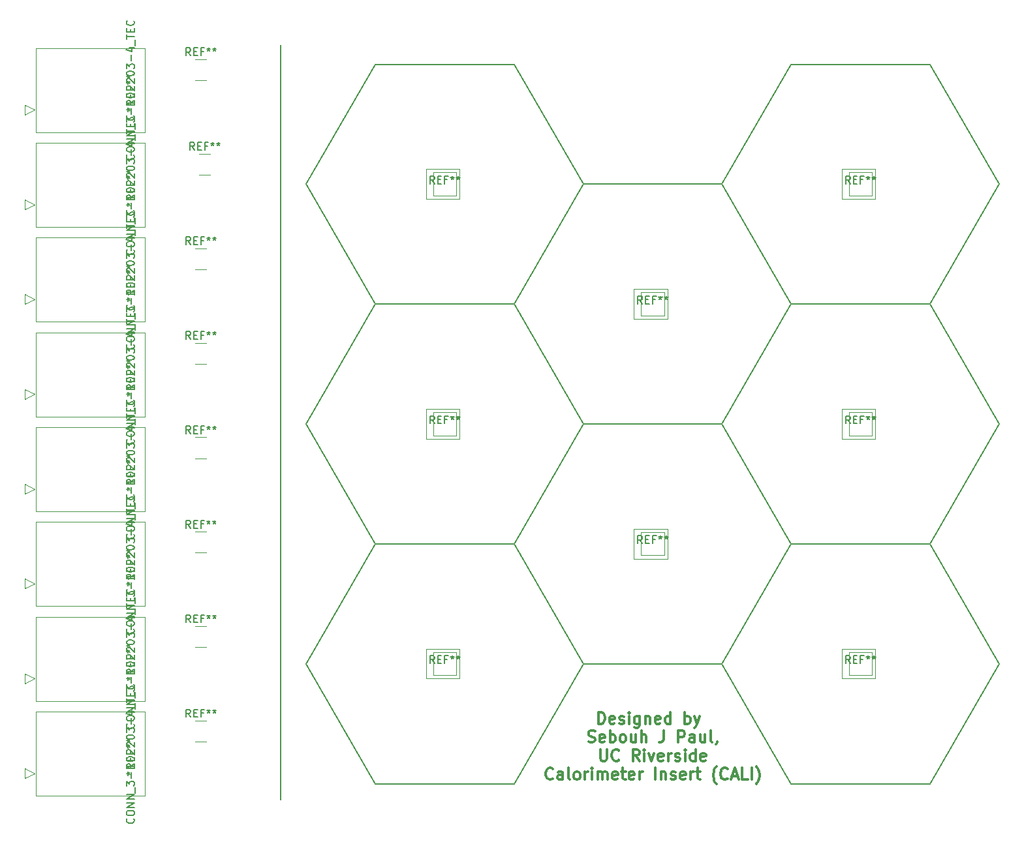
<source format=gbr>
%TF.GenerationSoftware,KiCad,Pcbnew,(6.0.8-1)-1*%
%TF.CreationDate,2022-10-04T15:12:48-04:00*%
%TF.ProjectId,Untitled,556e7469-746c-4656-942e-6b696361645f,rev?*%
%TF.SameCoordinates,Original*%
%TF.FileFunction,Legend,Top*%
%TF.FilePolarity,Positive*%
%FSLAX46Y46*%
G04 Gerber Fmt 4.6, Leading zero omitted, Abs format (unit mm)*
G04 Created by KiCad (PCBNEW (6.0.8-1)-1) date 2022-10-04 15:12:48*
%MOMM*%
%LPD*%
G01*
G04 APERTURE LIST*
%ADD10C,0.150000*%
%ADD11C,0.300000*%
%ADD12C,0.120000*%
G04 APERTURE END LIST*
D10*
X171920000Y-112290000D02*
X162930000Y-127850000D01*
X171920000Y-81160000D02*
X162930000Y-65580000D01*
X171920000Y-50020000D02*
X162930000Y-34450000D01*
X162930000Y-96720000D02*
X171920000Y-112290000D01*
X162930000Y-65580000D02*
X171920000Y-50020000D01*
X162930000Y-96720000D02*
X171920000Y-81160000D01*
X82040000Y-81160000D02*
X91020000Y-96720000D01*
X91020000Y-96720000D02*
X82040000Y-112290000D01*
X82040000Y-112290000D02*
X91020000Y-127850000D01*
X91020000Y-34450000D02*
X82040000Y-50020000D01*
X91020000Y-65580000D02*
X82040000Y-50020000D01*
X82040000Y-81160000D02*
X91020000Y-65580000D01*
X117990000Y-112290000D02*
X109000000Y-127850000D01*
X109000000Y-96720000D02*
X117990000Y-112290000D01*
X109000000Y-96720000D02*
X117990000Y-81160000D01*
X135970000Y-112290000D02*
X144950000Y-127850000D01*
X144950000Y-96720000D02*
X135970000Y-112290000D01*
X135970000Y-81160000D02*
X144950000Y-96720000D01*
X117990000Y-81160000D02*
X109000000Y-65580000D01*
X144950000Y-65580000D02*
X135970000Y-50020000D01*
X135970000Y-81160000D02*
X144950000Y-65580000D01*
X109000000Y-65580000D02*
X117990000Y-50020000D01*
X117990000Y-50020000D02*
X109000000Y-34450000D01*
X144950000Y-34450000D02*
X135970000Y-50020000D01*
X117990000Y-81160000D02*
X135970000Y-81160000D01*
X117990000Y-50020000D02*
X135970000Y-50020000D01*
X117990000Y-112290000D02*
X135970000Y-112290000D01*
X144950000Y-34450000D02*
X162930000Y-34450000D01*
X144950000Y-96720000D02*
X162930000Y-96720000D01*
X144950000Y-127850000D02*
X162930000Y-127850000D01*
X144950000Y-65580000D02*
X162930000Y-65580000D01*
X91020000Y-96720000D02*
X109000000Y-96720000D01*
X91020000Y-127850000D02*
X109000000Y-127850000D01*
X91020000Y-65580000D02*
X109000000Y-65580000D01*
X91020000Y-34450000D02*
X109000000Y-34450000D01*
D11*
X119928571Y-120056071D02*
X119928571Y-118556071D01*
X120285714Y-118556071D01*
X120500000Y-118627500D01*
X120642857Y-118770357D01*
X120714285Y-118913214D01*
X120785714Y-119198928D01*
X120785714Y-119413214D01*
X120714285Y-119698928D01*
X120642857Y-119841785D01*
X120500000Y-119984642D01*
X120285714Y-120056071D01*
X119928571Y-120056071D01*
X122000000Y-119984642D02*
X121857142Y-120056071D01*
X121571428Y-120056071D01*
X121428571Y-119984642D01*
X121357142Y-119841785D01*
X121357142Y-119270357D01*
X121428571Y-119127500D01*
X121571428Y-119056071D01*
X121857142Y-119056071D01*
X122000000Y-119127500D01*
X122071428Y-119270357D01*
X122071428Y-119413214D01*
X121357142Y-119556071D01*
X122642857Y-119984642D02*
X122785714Y-120056071D01*
X123071428Y-120056071D01*
X123214285Y-119984642D01*
X123285714Y-119841785D01*
X123285714Y-119770357D01*
X123214285Y-119627500D01*
X123071428Y-119556071D01*
X122857142Y-119556071D01*
X122714285Y-119484642D01*
X122642857Y-119341785D01*
X122642857Y-119270357D01*
X122714285Y-119127500D01*
X122857142Y-119056071D01*
X123071428Y-119056071D01*
X123214285Y-119127500D01*
X123928571Y-120056071D02*
X123928571Y-119056071D01*
X123928571Y-118556071D02*
X123857142Y-118627500D01*
X123928571Y-118698928D01*
X124000000Y-118627500D01*
X123928571Y-118556071D01*
X123928571Y-118698928D01*
X125285714Y-119056071D02*
X125285714Y-120270357D01*
X125214285Y-120413214D01*
X125142857Y-120484642D01*
X125000000Y-120556071D01*
X124785714Y-120556071D01*
X124642857Y-120484642D01*
X125285714Y-119984642D02*
X125142857Y-120056071D01*
X124857142Y-120056071D01*
X124714285Y-119984642D01*
X124642857Y-119913214D01*
X124571428Y-119770357D01*
X124571428Y-119341785D01*
X124642857Y-119198928D01*
X124714285Y-119127500D01*
X124857142Y-119056071D01*
X125142857Y-119056071D01*
X125285714Y-119127500D01*
X126000000Y-119056071D02*
X126000000Y-120056071D01*
X126000000Y-119198928D02*
X126071428Y-119127500D01*
X126214285Y-119056071D01*
X126428571Y-119056071D01*
X126571428Y-119127500D01*
X126642857Y-119270357D01*
X126642857Y-120056071D01*
X127928571Y-119984642D02*
X127785714Y-120056071D01*
X127500000Y-120056071D01*
X127357142Y-119984642D01*
X127285714Y-119841785D01*
X127285714Y-119270357D01*
X127357142Y-119127500D01*
X127500000Y-119056071D01*
X127785714Y-119056071D01*
X127928571Y-119127500D01*
X128000000Y-119270357D01*
X128000000Y-119413214D01*
X127285714Y-119556071D01*
X129285714Y-120056071D02*
X129285714Y-118556071D01*
X129285714Y-119984642D02*
X129142857Y-120056071D01*
X128857142Y-120056071D01*
X128714285Y-119984642D01*
X128642857Y-119913214D01*
X128571428Y-119770357D01*
X128571428Y-119341785D01*
X128642857Y-119198928D01*
X128714285Y-119127500D01*
X128857142Y-119056071D01*
X129142857Y-119056071D01*
X129285714Y-119127500D01*
X131142857Y-120056071D02*
X131142857Y-118556071D01*
X131142857Y-119127500D02*
X131285714Y-119056071D01*
X131571428Y-119056071D01*
X131714285Y-119127500D01*
X131785714Y-119198928D01*
X131857142Y-119341785D01*
X131857142Y-119770357D01*
X131785714Y-119913214D01*
X131714285Y-119984642D01*
X131571428Y-120056071D01*
X131285714Y-120056071D01*
X131142857Y-119984642D01*
X132357142Y-119056071D02*
X132714285Y-120056071D01*
X133071428Y-119056071D02*
X132714285Y-120056071D01*
X132571428Y-120413214D01*
X132500000Y-120484642D01*
X132357142Y-120556071D01*
X118642857Y-122399642D02*
X118857142Y-122471071D01*
X119214285Y-122471071D01*
X119357142Y-122399642D01*
X119428571Y-122328214D01*
X119500000Y-122185357D01*
X119500000Y-122042500D01*
X119428571Y-121899642D01*
X119357142Y-121828214D01*
X119214285Y-121756785D01*
X118928571Y-121685357D01*
X118785714Y-121613928D01*
X118714285Y-121542500D01*
X118642857Y-121399642D01*
X118642857Y-121256785D01*
X118714285Y-121113928D01*
X118785714Y-121042500D01*
X118928571Y-120971071D01*
X119285714Y-120971071D01*
X119500000Y-121042500D01*
X120714285Y-122399642D02*
X120571428Y-122471071D01*
X120285714Y-122471071D01*
X120142857Y-122399642D01*
X120071428Y-122256785D01*
X120071428Y-121685357D01*
X120142857Y-121542500D01*
X120285714Y-121471071D01*
X120571428Y-121471071D01*
X120714285Y-121542500D01*
X120785714Y-121685357D01*
X120785714Y-121828214D01*
X120071428Y-121971071D01*
X121428571Y-122471071D02*
X121428571Y-120971071D01*
X121428571Y-121542500D02*
X121571428Y-121471071D01*
X121857142Y-121471071D01*
X122000000Y-121542500D01*
X122071428Y-121613928D01*
X122142857Y-121756785D01*
X122142857Y-122185357D01*
X122071428Y-122328214D01*
X122000000Y-122399642D01*
X121857142Y-122471071D01*
X121571428Y-122471071D01*
X121428571Y-122399642D01*
X123000000Y-122471071D02*
X122857142Y-122399642D01*
X122785714Y-122328214D01*
X122714285Y-122185357D01*
X122714285Y-121756785D01*
X122785714Y-121613928D01*
X122857142Y-121542500D01*
X123000000Y-121471071D01*
X123214285Y-121471071D01*
X123357142Y-121542500D01*
X123428571Y-121613928D01*
X123500000Y-121756785D01*
X123500000Y-122185357D01*
X123428571Y-122328214D01*
X123357142Y-122399642D01*
X123214285Y-122471071D01*
X123000000Y-122471071D01*
X124785714Y-121471071D02*
X124785714Y-122471071D01*
X124142857Y-121471071D02*
X124142857Y-122256785D01*
X124214285Y-122399642D01*
X124357142Y-122471071D01*
X124571428Y-122471071D01*
X124714285Y-122399642D01*
X124785714Y-122328214D01*
X125500000Y-122471071D02*
X125500000Y-120971071D01*
X126142857Y-122471071D02*
X126142857Y-121685357D01*
X126071428Y-121542500D01*
X125928571Y-121471071D01*
X125714285Y-121471071D01*
X125571428Y-121542500D01*
X125500000Y-121613928D01*
X128428571Y-120971071D02*
X128428571Y-122042500D01*
X128357142Y-122256785D01*
X128214285Y-122399642D01*
X128000000Y-122471071D01*
X127857142Y-122471071D01*
X130285714Y-122471071D02*
X130285714Y-120971071D01*
X130857142Y-120971071D01*
X131000000Y-121042500D01*
X131071428Y-121113928D01*
X131142857Y-121256785D01*
X131142857Y-121471071D01*
X131071428Y-121613928D01*
X131000000Y-121685357D01*
X130857142Y-121756785D01*
X130285714Y-121756785D01*
X132428571Y-122471071D02*
X132428571Y-121685357D01*
X132357142Y-121542500D01*
X132214285Y-121471071D01*
X131928571Y-121471071D01*
X131785714Y-121542500D01*
X132428571Y-122399642D02*
X132285714Y-122471071D01*
X131928571Y-122471071D01*
X131785714Y-122399642D01*
X131714285Y-122256785D01*
X131714285Y-122113928D01*
X131785714Y-121971071D01*
X131928571Y-121899642D01*
X132285714Y-121899642D01*
X132428571Y-121828214D01*
X133785714Y-121471071D02*
X133785714Y-122471071D01*
X133142857Y-121471071D02*
X133142857Y-122256785D01*
X133214285Y-122399642D01*
X133357142Y-122471071D01*
X133571428Y-122471071D01*
X133714285Y-122399642D01*
X133785714Y-122328214D01*
X134714285Y-122471071D02*
X134571428Y-122399642D01*
X134500000Y-122256785D01*
X134500000Y-120971071D01*
X135357142Y-122399642D02*
X135357142Y-122471071D01*
X135285714Y-122613928D01*
X135214285Y-122685357D01*
X120178571Y-123386071D02*
X120178571Y-124600357D01*
X120250000Y-124743214D01*
X120321428Y-124814642D01*
X120464285Y-124886071D01*
X120750000Y-124886071D01*
X120892857Y-124814642D01*
X120964285Y-124743214D01*
X121035714Y-124600357D01*
X121035714Y-123386071D01*
X122607142Y-124743214D02*
X122535714Y-124814642D01*
X122321428Y-124886071D01*
X122178571Y-124886071D01*
X121964285Y-124814642D01*
X121821428Y-124671785D01*
X121750000Y-124528928D01*
X121678571Y-124243214D01*
X121678571Y-124028928D01*
X121750000Y-123743214D01*
X121821428Y-123600357D01*
X121964285Y-123457500D01*
X122178571Y-123386071D01*
X122321428Y-123386071D01*
X122535714Y-123457500D01*
X122607142Y-123528928D01*
X125250000Y-124886071D02*
X124750000Y-124171785D01*
X124392857Y-124886071D02*
X124392857Y-123386071D01*
X124964285Y-123386071D01*
X125107142Y-123457500D01*
X125178571Y-123528928D01*
X125250000Y-123671785D01*
X125250000Y-123886071D01*
X125178571Y-124028928D01*
X125107142Y-124100357D01*
X124964285Y-124171785D01*
X124392857Y-124171785D01*
X125892857Y-124886071D02*
X125892857Y-123886071D01*
X125892857Y-123386071D02*
X125821428Y-123457500D01*
X125892857Y-123528928D01*
X125964285Y-123457500D01*
X125892857Y-123386071D01*
X125892857Y-123528928D01*
X126464285Y-123886071D02*
X126821428Y-124886071D01*
X127178571Y-123886071D01*
X128321428Y-124814642D02*
X128178571Y-124886071D01*
X127892857Y-124886071D01*
X127750000Y-124814642D01*
X127678571Y-124671785D01*
X127678571Y-124100357D01*
X127750000Y-123957500D01*
X127892857Y-123886071D01*
X128178571Y-123886071D01*
X128321428Y-123957500D01*
X128392857Y-124100357D01*
X128392857Y-124243214D01*
X127678571Y-124386071D01*
X129035714Y-124886071D02*
X129035714Y-123886071D01*
X129035714Y-124171785D02*
X129107142Y-124028928D01*
X129178571Y-123957500D01*
X129321428Y-123886071D01*
X129464285Y-123886071D01*
X129892857Y-124814642D02*
X130035714Y-124886071D01*
X130321428Y-124886071D01*
X130464285Y-124814642D01*
X130535714Y-124671785D01*
X130535714Y-124600357D01*
X130464285Y-124457500D01*
X130321428Y-124386071D01*
X130107142Y-124386071D01*
X129964285Y-124314642D01*
X129892857Y-124171785D01*
X129892857Y-124100357D01*
X129964285Y-123957500D01*
X130107142Y-123886071D01*
X130321428Y-123886071D01*
X130464285Y-123957500D01*
X131178571Y-124886071D02*
X131178571Y-123886071D01*
X131178571Y-123386071D02*
X131107142Y-123457500D01*
X131178571Y-123528928D01*
X131250000Y-123457500D01*
X131178571Y-123386071D01*
X131178571Y-123528928D01*
X132535714Y-124886071D02*
X132535714Y-123386071D01*
X132535714Y-124814642D02*
X132392857Y-124886071D01*
X132107142Y-124886071D01*
X131964285Y-124814642D01*
X131892857Y-124743214D01*
X131821428Y-124600357D01*
X131821428Y-124171785D01*
X131892857Y-124028928D01*
X131964285Y-123957500D01*
X132107142Y-123886071D01*
X132392857Y-123886071D01*
X132535714Y-123957500D01*
X133821428Y-124814642D02*
X133678571Y-124886071D01*
X133392857Y-124886071D01*
X133250000Y-124814642D01*
X133178571Y-124671785D01*
X133178571Y-124100357D01*
X133250000Y-123957500D01*
X133392857Y-123886071D01*
X133678571Y-123886071D01*
X133821428Y-123957500D01*
X133892857Y-124100357D01*
X133892857Y-124243214D01*
X133178571Y-124386071D01*
X114035714Y-127158214D02*
X113964285Y-127229642D01*
X113750000Y-127301071D01*
X113607142Y-127301071D01*
X113392857Y-127229642D01*
X113250000Y-127086785D01*
X113178571Y-126943928D01*
X113107142Y-126658214D01*
X113107142Y-126443928D01*
X113178571Y-126158214D01*
X113250000Y-126015357D01*
X113392857Y-125872500D01*
X113607142Y-125801071D01*
X113750000Y-125801071D01*
X113964285Y-125872500D01*
X114035714Y-125943928D01*
X115321428Y-127301071D02*
X115321428Y-126515357D01*
X115250000Y-126372500D01*
X115107142Y-126301071D01*
X114821428Y-126301071D01*
X114678571Y-126372500D01*
X115321428Y-127229642D02*
X115178571Y-127301071D01*
X114821428Y-127301071D01*
X114678571Y-127229642D01*
X114607142Y-127086785D01*
X114607142Y-126943928D01*
X114678571Y-126801071D01*
X114821428Y-126729642D01*
X115178571Y-126729642D01*
X115321428Y-126658214D01*
X116250000Y-127301071D02*
X116107142Y-127229642D01*
X116035714Y-127086785D01*
X116035714Y-125801071D01*
X117035714Y-127301071D02*
X116892857Y-127229642D01*
X116821428Y-127158214D01*
X116750000Y-127015357D01*
X116750000Y-126586785D01*
X116821428Y-126443928D01*
X116892857Y-126372500D01*
X117035714Y-126301071D01*
X117250000Y-126301071D01*
X117392857Y-126372500D01*
X117464285Y-126443928D01*
X117535714Y-126586785D01*
X117535714Y-127015357D01*
X117464285Y-127158214D01*
X117392857Y-127229642D01*
X117250000Y-127301071D01*
X117035714Y-127301071D01*
X118178571Y-127301071D02*
X118178571Y-126301071D01*
X118178571Y-126586785D02*
X118250000Y-126443928D01*
X118321428Y-126372500D01*
X118464285Y-126301071D01*
X118607142Y-126301071D01*
X119107142Y-127301071D02*
X119107142Y-126301071D01*
X119107142Y-125801071D02*
X119035714Y-125872500D01*
X119107142Y-125943928D01*
X119178571Y-125872500D01*
X119107142Y-125801071D01*
X119107142Y-125943928D01*
X119821428Y-127301071D02*
X119821428Y-126301071D01*
X119821428Y-126443928D02*
X119892857Y-126372500D01*
X120035714Y-126301071D01*
X120250000Y-126301071D01*
X120392857Y-126372500D01*
X120464285Y-126515357D01*
X120464285Y-127301071D01*
X120464285Y-126515357D02*
X120535714Y-126372500D01*
X120678571Y-126301071D01*
X120892857Y-126301071D01*
X121035714Y-126372500D01*
X121107142Y-126515357D01*
X121107142Y-127301071D01*
X122392857Y-127229642D02*
X122250000Y-127301071D01*
X121964285Y-127301071D01*
X121821428Y-127229642D01*
X121750000Y-127086785D01*
X121750000Y-126515357D01*
X121821428Y-126372500D01*
X121964285Y-126301071D01*
X122250000Y-126301071D01*
X122392857Y-126372500D01*
X122464285Y-126515357D01*
X122464285Y-126658214D01*
X121750000Y-126801071D01*
X122892857Y-126301071D02*
X123464285Y-126301071D01*
X123107142Y-125801071D02*
X123107142Y-127086785D01*
X123178571Y-127229642D01*
X123321428Y-127301071D01*
X123464285Y-127301071D01*
X124535714Y-127229642D02*
X124392857Y-127301071D01*
X124107142Y-127301071D01*
X123964285Y-127229642D01*
X123892857Y-127086785D01*
X123892857Y-126515357D01*
X123964285Y-126372500D01*
X124107142Y-126301071D01*
X124392857Y-126301071D01*
X124535714Y-126372500D01*
X124607142Y-126515357D01*
X124607142Y-126658214D01*
X123892857Y-126801071D01*
X125250000Y-127301071D02*
X125250000Y-126301071D01*
X125250000Y-126586785D02*
X125321428Y-126443928D01*
X125392857Y-126372500D01*
X125535714Y-126301071D01*
X125678571Y-126301071D01*
X127321428Y-127301071D02*
X127321428Y-125801071D01*
X128035714Y-126301071D02*
X128035714Y-127301071D01*
X128035714Y-126443928D02*
X128107142Y-126372500D01*
X128250000Y-126301071D01*
X128464285Y-126301071D01*
X128607142Y-126372500D01*
X128678571Y-126515357D01*
X128678571Y-127301071D01*
X129321428Y-127229642D02*
X129464285Y-127301071D01*
X129750000Y-127301071D01*
X129892857Y-127229642D01*
X129964285Y-127086785D01*
X129964285Y-127015357D01*
X129892857Y-126872500D01*
X129750000Y-126801071D01*
X129535714Y-126801071D01*
X129392857Y-126729642D01*
X129321428Y-126586785D01*
X129321428Y-126515357D01*
X129392857Y-126372500D01*
X129535714Y-126301071D01*
X129750000Y-126301071D01*
X129892857Y-126372500D01*
X131178571Y-127229642D02*
X131035714Y-127301071D01*
X130750000Y-127301071D01*
X130607142Y-127229642D01*
X130535714Y-127086785D01*
X130535714Y-126515357D01*
X130607142Y-126372500D01*
X130750000Y-126301071D01*
X131035714Y-126301071D01*
X131178571Y-126372500D01*
X131250000Y-126515357D01*
X131250000Y-126658214D01*
X130535714Y-126801071D01*
X131892857Y-127301071D02*
X131892857Y-126301071D01*
X131892857Y-126586785D02*
X131964285Y-126443928D01*
X132035714Y-126372500D01*
X132178571Y-126301071D01*
X132321428Y-126301071D01*
X132607142Y-126301071D02*
X133178571Y-126301071D01*
X132821428Y-125801071D02*
X132821428Y-127086785D01*
X132892857Y-127229642D01*
X133035714Y-127301071D01*
X133178571Y-127301071D01*
X135250000Y-127872500D02*
X135178571Y-127801071D01*
X135035714Y-127586785D01*
X134964285Y-127443928D01*
X134892857Y-127229642D01*
X134821428Y-126872500D01*
X134821428Y-126586785D01*
X134892857Y-126229642D01*
X134964285Y-126015357D01*
X135035714Y-125872500D01*
X135178571Y-125658214D01*
X135250000Y-125586785D01*
X136678571Y-127158214D02*
X136607142Y-127229642D01*
X136392857Y-127301071D01*
X136250000Y-127301071D01*
X136035714Y-127229642D01*
X135892857Y-127086785D01*
X135821428Y-126943928D01*
X135750000Y-126658214D01*
X135750000Y-126443928D01*
X135821428Y-126158214D01*
X135892857Y-126015357D01*
X136035714Y-125872500D01*
X136250000Y-125801071D01*
X136392857Y-125801071D01*
X136607142Y-125872500D01*
X136678571Y-125943928D01*
X137250000Y-126872500D02*
X137964285Y-126872500D01*
X137107142Y-127301071D02*
X137607142Y-125801071D01*
X138107142Y-127301071D01*
X139321428Y-127301071D02*
X138607142Y-127301071D01*
X138607142Y-125801071D01*
X139821428Y-127301071D02*
X139821428Y-125801071D01*
X140392857Y-127872500D02*
X140464285Y-127801071D01*
X140607142Y-127586785D01*
X140678571Y-127443928D01*
X140750000Y-127229642D01*
X140821428Y-126872500D01*
X140821428Y-126586785D01*
X140750000Y-126229642D01*
X140678571Y-126015357D01*
X140607142Y-125872500D01*
X140464285Y-125658214D01*
X140392857Y-125586785D01*
D10*
X78740000Y-31920000D02*
X78740000Y-129880000D01*
%TO.C,REF\u002A\u002A*%
X67026666Y-119182380D02*
X66693333Y-118706190D01*
X66455238Y-119182380D02*
X66455238Y-118182380D01*
X66836190Y-118182380D01*
X66931428Y-118230000D01*
X66979047Y-118277619D01*
X67026666Y-118372857D01*
X67026666Y-118515714D01*
X66979047Y-118610952D01*
X66931428Y-118658571D01*
X66836190Y-118706190D01*
X66455238Y-118706190D01*
X67455238Y-118658571D02*
X67788571Y-118658571D01*
X67931428Y-119182380D02*
X67455238Y-119182380D01*
X67455238Y-118182380D01*
X67931428Y-118182380D01*
X68693333Y-118658571D02*
X68360000Y-118658571D01*
X68360000Y-119182380D02*
X68360000Y-118182380D01*
X68836190Y-118182380D01*
X69360000Y-118182380D02*
X69360000Y-118420476D01*
X69121904Y-118325238D02*
X69360000Y-118420476D01*
X69598095Y-118325238D01*
X69217142Y-118610952D02*
X69360000Y-118420476D01*
X69502857Y-118610952D01*
X70121904Y-118182380D02*
X70121904Y-118420476D01*
X69883809Y-118325238D02*
X70121904Y-118420476D01*
X70360000Y-118325238D01*
X69979047Y-118610952D02*
X70121904Y-118420476D01*
X70264761Y-118610952D01*
X67026666Y-106916664D02*
X66693333Y-106440474D01*
X66455238Y-106916664D02*
X66455238Y-105916664D01*
X66836190Y-105916664D01*
X66931428Y-105964284D01*
X66979047Y-106011903D01*
X67026666Y-106107141D01*
X67026666Y-106249998D01*
X66979047Y-106345236D01*
X66931428Y-106392855D01*
X66836190Y-106440474D01*
X66455238Y-106440474D01*
X67455238Y-106392855D02*
X67788571Y-106392855D01*
X67931428Y-106916664D02*
X67455238Y-106916664D01*
X67455238Y-105916664D01*
X67931428Y-105916664D01*
X68693333Y-106392855D02*
X68360000Y-106392855D01*
X68360000Y-106916664D02*
X68360000Y-105916664D01*
X68836190Y-105916664D01*
X69360000Y-105916664D02*
X69360000Y-106154760D01*
X69121904Y-106059522D02*
X69360000Y-106154760D01*
X69598095Y-106059522D01*
X69217142Y-106345236D02*
X69360000Y-106154760D01*
X69502857Y-106345236D01*
X70121904Y-105916664D02*
X70121904Y-106154760D01*
X69883809Y-106059522D02*
X70121904Y-106154760D01*
X70360000Y-106059522D01*
X69979047Y-106345236D02*
X70121904Y-106154760D01*
X70264761Y-106345236D01*
X67026666Y-94650950D02*
X66693333Y-94174760D01*
X66455238Y-94650950D02*
X66455238Y-93650950D01*
X66836190Y-93650950D01*
X66931428Y-93698570D01*
X66979047Y-93746189D01*
X67026666Y-93841427D01*
X67026666Y-93984284D01*
X66979047Y-94079522D01*
X66931428Y-94127141D01*
X66836190Y-94174760D01*
X66455238Y-94174760D01*
X67455238Y-94127141D02*
X67788571Y-94127141D01*
X67931428Y-94650950D02*
X67455238Y-94650950D01*
X67455238Y-93650950D01*
X67931428Y-93650950D01*
X68693333Y-94127141D02*
X68360000Y-94127141D01*
X68360000Y-94650950D02*
X68360000Y-93650950D01*
X68836190Y-93650950D01*
X69360000Y-93650950D02*
X69360000Y-93889046D01*
X69121904Y-93793808D02*
X69360000Y-93889046D01*
X69598095Y-93793808D01*
X69217142Y-94079522D02*
X69360000Y-93889046D01*
X69502857Y-94079522D01*
X70121904Y-93650950D02*
X70121904Y-93889046D01*
X69883809Y-93793808D02*
X70121904Y-93889046D01*
X70360000Y-93793808D01*
X69979047Y-94079522D02*
X70121904Y-93889046D01*
X70264761Y-94079522D01*
X67026666Y-82385236D02*
X66693333Y-81909046D01*
X66455238Y-82385236D02*
X66455238Y-81385236D01*
X66836190Y-81385236D01*
X66931428Y-81432856D01*
X66979047Y-81480475D01*
X67026666Y-81575713D01*
X67026666Y-81718570D01*
X66979047Y-81813808D01*
X66931428Y-81861427D01*
X66836190Y-81909046D01*
X66455238Y-81909046D01*
X67455238Y-81861427D02*
X67788571Y-81861427D01*
X67931428Y-82385236D02*
X67455238Y-82385236D01*
X67455238Y-81385236D01*
X67931428Y-81385236D01*
X68693333Y-81861427D02*
X68360000Y-81861427D01*
X68360000Y-82385236D02*
X68360000Y-81385236D01*
X68836190Y-81385236D01*
X69360000Y-81385236D02*
X69360000Y-81623332D01*
X69121904Y-81528094D02*
X69360000Y-81623332D01*
X69598095Y-81528094D01*
X69217142Y-81813808D02*
X69360000Y-81623332D01*
X69502857Y-81813808D01*
X70121904Y-81385236D02*
X70121904Y-81623332D01*
X69883809Y-81528094D02*
X70121904Y-81623332D01*
X70360000Y-81528094D01*
X69979047Y-81813808D02*
X70121904Y-81623332D01*
X70264761Y-81813808D01*
X67026666Y-70119522D02*
X66693333Y-69643332D01*
X66455238Y-70119522D02*
X66455238Y-69119522D01*
X66836190Y-69119522D01*
X66931428Y-69167142D01*
X66979047Y-69214761D01*
X67026666Y-69309999D01*
X67026666Y-69452856D01*
X66979047Y-69548094D01*
X66931428Y-69595713D01*
X66836190Y-69643332D01*
X66455238Y-69643332D01*
X67455238Y-69595713D02*
X67788571Y-69595713D01*
X67931428Y-70119522D02*
X67455238Y-70119522D01*
X67455238Y-69119522D01*
X67931428Y-69119522D01*
X68693333Y-69595713D02*
X68360000Y-69595713D01*
X68360000Y-70119522D02*
X68360000Y-69119522D01*
X68836190Y-69119522D01*
X69360000Y-69119522D02*
X69360000Y-69357618D01*
X69121904Y-69262380D02*
X69360000Y-69357618D01*
X69598095Y-69262380D01*
X69217142Y-69548094D02*
X69360000Y-69357618D01*
X69502857Y-69548094D01*
X70121904Y-69119522D02*
X70121904Y-69357618D01*
X69883809Y-69262380D02*
X70121904Y-69357618D01*
X70360000Y-69262380D01*
X69979047Y-69548094D02*
X70121904Y-69357618D01*
X70264761Y-69548094D01*
X67026666Y-57853808D02*
X66693333Y-57377618D01*
X66455238Y-57853808D02*
X66455238Y-56853808D01*
X66836190Y-56853808D01*
X66931428Y-56901428D01*
X66979047Y-56949047D01*
X67026666Y-57044285D01*
X67026666Y-57187142D01*
X66979047Y-57282380D01*
X66931428Y-57329999D01*
X66836190Y-57377618D01*
X66455238Y-57377618D01*
X67455238Y-57329999D02*
X67788571Y-57329999D01*
X67931428Y-57853808D02*
X67455238Y-57853808D01*
X67455238Y-56853808D01*
X67931428Y-56853808D01*
X68693333Y-57329999D02*
X68360000Y-57329999D01*
X68360000Y-57853808D02*
X68360000Y-56853808D01*
X68836190Y-56853808D01*
X69360000Y-56853808D02*
X69360000Y-57091904D01*
X69121904Y-56996666D02*
X69360000Y-57091904D01*
X69598095Y-56996666D01*
X69217142Y-57282380D02*
X69360000Y-57091904D01*
X69502857Y-57282380D01*
X70121904Y-56853808D02*
X70121904Y-57091904D01*
X69883809Y-56996666D02*
X70121904Y-57091904D01*
X70360000Y-56996666D01*
X69979047Y-57282380D02*
X70121904Y-57091904D01*
X70264761Y-57282380D01*
X67536666Y-45588094D02*
X67203333Y-45111904D01*
X66965238Y-45588094D02*
X66965238Y-44588094D01*
X67346190Y-44588094D01*
X67441428Y-44635714D01*
X67489047Y-44683333D01*
X67536666Y-44778571D01*
X67536666Y-44921428D01*
X67489047Y-45016666D01*
X67441428Y-45064285D01*
X67346190Y-45111904D01*
X66965238Y-45111904D01*
X67965238Y-45064285D02*
X68298571Y-45064285D01*
X68441428Y-45588094D02*
X67965238Y-45588094D01*
X67965238Y-44588094D01*
X68441428Y-44588094D01*
X69203333Y-45064285D02*
X68870000Y-45064285D01*
X68870000Y-45588094D02*
X68870000Y-44588094D01*
X69346190Y-44588094D01*
X69870000Y-44588094D02*
X69870000Y-44826190D01*
X69631904Y-44730952D02*
X69870000Y-44826190D01*
X70108095Y-44730952D01*
X69727142Y-45016666D02*
X69870000Y-44826190D01*
X70012857Y-45016666D01*
X70631904Y-44588094D02*
X70631904Y-44826190D01*
X70393809Y-44730952D02*
X70631904Y-44826190D01*
X70870000Y-44730952D01*
X70489047Y-45016666D02*
X70631904Y-44826190D01*
X70774761Y-45016666D01*
X67026666Y-33322380D02*
X66693333Y-32846190D01*
X66455238Y-33322380D02*
X66455238Y-32322380D01*
X66836190Y-32322380D01*
X66931428Y-32370000D01*
X66979047Y-32417619D01*
X67026666Y-32512857D01*
X67026666Y-32655714D01*
X66979047Y-32750952D01*
X66931428Y-32798571D01*
X66836190Y-32846190D01*
X66455238Y-32846190D01*
X67455238Y-32798571D02*
X67788571Y-32798571D01*
X67931428Y-33322380D02*
X67455238Y-33322380D01*
X67455238Y-32322380D01*
X67931428Y-32322380D01*
X68693333Y-32798571D02*
X68360000Y-32798571D01*
X68360000Y-33322380D02*
X68360000Y-32322380D01*
X68836190Y-32322380D01*
X69360000Y-32322380D02*
X69360000Y-32560476D01*
X69121904Y-32465238D02*
X69360000Y-32560476D01*
X69598095Y-32465238D01*
X69217142Y-32750952D02*
X69360000Y-32560476D01*
X69502857Y-32750952D01*
X70121904Y-32322380D02*
X70121904Y-32560476D01*
X69883809Y-32465238D02*
X70121904Y-32560476D01*
X70360000Y-32465238D01*
X69979047Y-32750952D02*
X70121904Y-32560476D01*
X70264761Y-32750952D01*
X59722480Y-112983691D02*
X59246290Y-113317024D01*
X59722480Y-113555119D02*
X58722480Y-113555119D01*
X58722480Y-113174167D01*
X58770100Y-113078929D01*
X58817719Y-113031310D01*
X58912957Y-112983691D01*
X59055814Y-112983691D01*
X59151052Y-113031310D01*
X59198671Y-113078929D01*
X59246290Y-113174167D01*
X59246290Y-113555119D01*
X59198671Y-112555119D02*
X59198671Y-112221786D01*
X59722480Y-112078929D02*
X59722480Y-112555119D01*
X58722480Y-112555119D01*
X58722480Y-112078929D01*
X59198671Y-111317024D02*
X59198671Y-111650358D01*
X59722480Y-111650358D02*
X58722480Y-111650358D01*
X58722480Y-111174167D01*
X58722480Y-110650358D02*
X58960576Y-110650358D01*
X58865338Y-110888453D02*
X58960576Y-110650358D01*
X58865338Y-110412262D01*
X59151052Y-110793215D02*
X58960576Y-110650358D01*
X59151052Y-110507500D01*
X58722480Y-109888453D02*
X58960576Y-109888453D01*
X58865338Y-110126548D02*
X58960576Y-109888453D01*
X58865338Y-109650358D01*
X59151052Y-110031310D02*
X58960576Y-109888453D01*
X59151052Y-109745596D01*
X59627242Y-120055119D02*
X59674861Y-120102738D01*
X59722480Y-120245596D01*
X59722480Y-120340834D01*
X59674861Y-120483691D01*
X59579623Y-120578929D01*
X59484385Y-120626548D01*
X59293909Y-120674167D01*
X59151052Y-120674167D01*
X58960576Y-120626548D01*
X58865338Y-120578929D01*
X58770100Y-120483691D01*
X58722480Y-120340834D01*
X58722480Y-120245596D01*
X58770100Y-120102738D01*
X58817719Y-120055119D01*
X58722480Y-119436072D02*
X58722480Y-119245596D01*
X58770100Y-119150358D01*
X58865338Y-119055119D01*
X59055814Y-119007500D01*
X59389147Y-119007500D01*
X59579623Y-119055119D01*
X59674861Y-119150358D01*
X59722480Y-119245596D01*
X59722480Y-119436072D01*
X59674861Y-119531310D01*
X59579623Y-119626548D01*
X59389147Y-119674167D01*
X59055814Y-119674167D01*
X58865338Y-119626548D01*
X58770100Y-119531310D01*
X58722480Y-119436072D01*
X59722480Y-118578929D02*
X58722480Y-118578929D01*
X59722480Y-118007500D01*
X58722480Y-118007500D01*
X59722480Y-117531310D02*
X58722480Y-117531310D01*
X59722480Y-116959881D01*
X58722480Y-116959881D01*
X59817719Y-116721786D02*
X59817719Y-115959881D01*
X58722480Y-115817024D02*
X58722480Y-115197977D01*
X59103433Y-115531310D01*
X59103433Y-115388453D01*
X59151052Y-115293215D01*
X59198671Y-115245596D01*
X59293909Y-115197977D01*
X59532004Y-115197977D01*
X59627242Y-115245596D01*
X59674861Y-115293215D01*
X59722480Y-115388453D01*
X59722480Y-115674167D01*
X59674861Y-115769405D01*
X59627242Y-115817024D01*
X59341528Y-114769405D02*
X59341528Y-114007500D01*
X59722480Y-113007500D02*
X59722480Y-113578929D01*
X59722480Y-113293215D02*
X58722480Y-113293215D01*
X58865338Y-113388453D01*
X58960576Y-113483691D01*
X59008195Y-113578929D01*
X58722480Y-112388453D02*
X58722480Y-112293215D01*
X58770100Y-112197977D01*
X58817719Y-112150358D01*
X58912957Y-112102738D01*
X59103433Y-112055119D01*
X59341528Y-112055119D01*
X59532004Y-112102738D01*
X59627242Y-112150358D01*
X59674861Y-112197977D01*
X59722480Y-112293215D01*
X59722480Y-112388453D01*
X59674861Y-112483691D01*
X59627242Y-112531310D01*
X59532004Y-112578929D01*
X59341528Y-112626548D01*
X59103433Y-112626548D01*
X58912957Y-112578929D01*
X58817719Y-112531310D01*
X58770100Y-112483691D01*
X58722480Y-112388453D01*
X58817719Y-111674167D02*
X58770100Y-111626548D01*
X58722480Y-111531310D01*
X58722480Y-111293215D01*
X58770100Y-111197977D01*
X58817719Y-111150358D01*
X58912957Y-111102738D01*
X59008195Y-111102738D01*
X59151052Y-111150358D01*
X59722480Y-111721786D01*
X59722480Y-111102738D01*
X58817719Y-110721786D02*
X58770100Y-110674167D01*
X58722480Y-110578929D01*
X58722480Y-110340834D01*
X58770100Y-110245596D01*
X58817719Y-110197977D01*
X58912957Y-110150358D01*
X59008195Y-110150358D01*
X59151052Y-110197977D01*
X59722480Y-110769405D01*
X59722480Y-110150358D01*
X58722480Y-109531310D02*
X58722480Y-109436072D01*
X58770100Y-109340834D01*
X58817719Y-109293215D01*
X58912957Y-109245596D01*
X59103433Y-109197977D01*
X59341528Y-109197977D01*
X59532004Y-109245596D01*
X59627242Y-109293215D01*
X59674861Y-109340834D01*
X59722480Y-109436072D01*
X59722480Y-109531310D01*
X59674861Y-109626548D01*
X59627242Y-109674167D01*
X59532004Y-109721786D01*
X59341528Y-109769405D01*
X59103433Y-109769405D01*
X58912957Y-109721786D01*
X58817719Y-109674167D01*
X58770100Y-109626548D01*
X58722480Y-109531310D01*
X58722480Y-108864643D02*
X58722480Y-108245596D01*
X59103433Y-108578929D01*
X59103433Y-108436072D01*
X59151052Y-108340834D01*
X59198671Y-108293215D01*
X59293909Y-108245596D01*
X59532004Y-108245596D01*
X59627242Y-108293215D01*
X59674861Y-108340834D01*
X59722480Y-108436072D01*
X59722480Y-108721786D01*
X59674861Y-108817024D01*
X59627242Y-108864643D01*
X59341528Y-107817024D02*
X59341528Y-107055119D01*
X59055814Y-106150358D02*
X59722480Y-106150358D01*
X58674861Y-106388453D02*
X59389147Y-106626548D01*
X59389147Y-106007500D01*
X59817719Y-105864643D02*
X59817719Y-105102738D01*
X58722480Y-105007500D02*
X58722480Y-104436072D01*
X59722480Y-104721786D02*
X58722480Y-104721786D01*
X59198671Y-104102738D02*
X59198671Y-103769405D01*
X59722480Y-103626548D02*
X59722480Y-104102738D01*
X58722480Y-104102738D01*
X58722480Y-103626548D01*
X59627242Y-102626548D02*
X59674861Y-102674167D01*
X59722480Y-102817024D01*
X59722480Y-102912262D01*
X59674861Y-103055119D01*
X59579623Y-103150358D01*
X59484385Y-103197977D01*
X59293909Y-103245596D01*
X59151052Y-103245596D01*
X58960576Y-103197977D01*
X58865338Y-103150358D01*
X58770100Y-103055119D01*
X58722480Y-102912262D01*
X58722480Y-102817024D01*
X58770100Y-102674167D01*
X58817719Y-102626548D01*
X58722480Y-114190358D02*
X58960576Y-114190358D01*
X58865338Y-114428453D02*
X58960576Y-114190358D01*
X58865338Y-113952262D01*
X59151052Y-114333215D02*
X58960576Y-114190358D01*
X59151052Y-114047500D01*
X59722480Y-76062265D02*
X59246290Y-76395598D01*
X59722480Y-76633693D02*
X58722480Y-76633693D01*
X58722480Y-76252741D01*
X58770100Y-76157503D01*
X58817719Y-76109884D01*
X58912957Y-76062265D01*
X59055814Y-76062265D01*
X59151052Y-76109884D01*
X59198671Y-76157503D01*
X59246290Y-76252741D01*
X59246290Y-76633693D01*
X59198671Y-75633693D02*
X59198671Y-75300360D01*
X59722480Y-75157503D02*
X59722480Y-75633693D01*
X58722480Y-75633693D01*
X58722480Y-75157503D01*
X59198671Y-74395598D02*
X59198671Y-74728932D01*
X59722480Y-74728932D02*
X58722480Y-74728932D01*
X58722480Y-74252741D01*
X58722480Y-73728932D02*
X58960576Y-73728932D01*
X58865338Y-73967027D02*
X58960576Y-73728932D01*
X58865338Y-73490836D01*
X59151052Y-73871789D02*
X58960576Y-73728932D01*
X59151052Y-73586074D01*
X58722480Y-72967027D02*
X58960576Y-72967027D01*
X58865338Y-73205122D02*
X58960576Y-72967027D01*
X58865338Y-72728932D01*
X59151052Y-73109884D02*
X58960576Y-72967027D01*
X59151052Y-72824170D01*
X59627242Y-83133693D02*
X59674861Y-83181312D01*
X59722480Y-83324170D01*
X59722480Y-83419408D01*
X59674861Y-83562265D01*
X59579623Y-83657503D01*
X59484385Y-83705122D01*
X59293909Y-83752741D01*
X59151052Y-83752741D01*
X58960576Y-83705122D01*
X58865338Y-83657503D01*
X58770100Y-83562265D01*
X58722480Y-83419408D01*
X58722480Y-83324170D01*
X58770100Y-83181312D01*
X58817719Y-83133693D01*
X58722480Y-82514646D02*
X58722480Y-82324170D01*
X58770100Y-82228932D01*
X58865338Y-82133693D01*
X59055814Y-82086074D01*
X59389147Y-82086074D01*
X59579623Y-82133693D01*
X59674861Y-82228932D01*
X59722480Y-82324170D01*
X59722480Y-82514646D01*
X59674861Y-82609884D01*
X59579623Y-82705122D01*
X59389147Y-82752741D01*
X59055814Y-82752741D01*
X58865338Y-82705122D01*
X58770100Y-82609884D01*
X58722480Y-82514646D01*
X59722480Y-81657503D02*
X58722480Y-81657503D01*
X59722480Y-81086074D01*
X58722480Y-81086074D01*
X59722480Y-80609884D02*
X58722480Y-80609884D01*
X59722480Y-80038455D01*
X58722480Y-80038455D01*
X59817719Y-79800360D02*
X59817719Y-79038455D01*
X58722480Y-78895598D02*
X58722480Y-78276551D01*
X59103433Y-78609884D01*
X59103433Y-78467027D01*
X59151052Y-78371789D01*
X59198671Y-78324170D01*
X59293909Y-78276551D01*
X59532004Y-78276551D01*
X59627242Y-78324170D01*
X59674861Y-78371789D01*
X59722480Y-78467027D01*
X59722480Y-78752741D01*
X59674861Y-78847979D01*
X59627242Y-78895598D01*
X59341528Y-77847979D02*
X59341528Y-77086074D01*
X59722480Y-76086074D02*
X59722480Y-76657503D01*
X59722480Y-76371789D02*
X58722480Y-76371789D01*
X58865338Y-76467027D01*
X58960576Y-76562265D01*
X59008195Y-76657503D01*
X58722480Y-75467027D02*
X58722480Y-75371789D01*
X58770100Y-75276551D01*
X58817719Y-75228932D01*
X58912957Y-75181312D01*
X59103433Y-75133693D01*
X59341528Y-75133693D01*
X59532004Y-75181312D01*
X59627242Y-75228932D01*
X59674861Y-75276551D01*
X59722480Y-75371789D01*
X59722480Y-75467027D01*
X59674861Y-75562265D01*
X59627242Y-75609884D01*
X59532004Y-75657503D01*
X59341528Y-75705122D01*
X59103433Y-75705122D01*
X58912957Y-75657503D01*
X58817719Y-75609884D01*
X58770100Y-75562265D01*
X58722480Y-75467027D01*
X58817719Y-74752741D02*
X58770100Y-74705122D01*
X58722480Y-74609884D01*
X58722480Y-74371789D01*
X58770100Y-74276551D01*
X58817719Y-74228932D01*
X58912957Y-74181312D01*
X59008195Y-74181312D01*
X59151052Y-74228932D01*
X59722480Y-74800360D01*
X59722480Y-74181312D01*
X58817719Y-73800360D02*
X58770100Y-73752741D01*
X58722480Y-73657503D01*
X58722480Y-73419408D01*
X58770100Y-73324170D01*
X58817719Y-73276551D01*
X58912957Y-73228932D01*
X59008195Y-73228932D01*
X59151052Y-73276551D01*
X59722480Y-73847979D01*
X59722480Y-73228932D01*
X58722480Y-72609884D02*
X58722480Y-72514646D01*
X58770100Y-72419408D01*
X58817719Y-72371789D01*
X58912957Y-72324170D01*
X59103433Y-72276551D01*
X59341528Y-72276551D01*
X59532004Y-72324170D01*
X59627242Y-72371789D01*
X59674861Y-72419408D01*
X59722480Y-72514646D01*
X59722480Y-72609884D01*
X59674861Y-72705122D01*
X59627242Y-72752741D01*
X59532004Y-72800360D01*
X59341528Y-72847979D01*
X59103433Y-72847979D01*
X58912957Y-72800360D01*
X58817719Y-72752741D01*
X58770100Y-72705122D01*
X58722480Y-72609884D01*
X58722480Y-71943217D02*
X58722480Y-71324170D01*
X59103433Y-71657503D01*
X59103433Y-71514646D01*
X59151052Y-71419408D01*
X59198671Y-71371789D01*
X59293909Y-71324170D01*
X59532004Y-71324170D01*
X59627242Y-71371789D01*
X59674861Y-71419408D01*
X59722480Y-71514646D01*
X59722480Y-71800360D01*
X59674861Y-71895598D01*
X59627242Y-71943217D01*
X59341528Y-70895598D02*
X59341528Y-70133693D01*
X59055814Y-69228932D02*
X59722480Y-69228932D01*
X58674861Y-69467027D02*
X59389147Y-69705122D01*
X59389147Y-69086074D01*
X59817719Y-68943217D02*
X59817719Y-68181312D01*
X58722480Y-68086074D02*
X58722480Y-67514646D01*
X59722480Y-67800360D02*
X58722480Y-67800360D01*
X59198671Y-67181312D02*
X59198671Y-66847979D01*
X59722480Y-66705122D02*
X59722480Y-67181312D01*
X58722480Y-67181312D01*
X58722480Y-66705122D01*
X59627242Y-65705122D02*
X59674861Y-65752741D01*
X59722480Y-65895598D01*
X59722480Y-65990836D01*
X59674861Y-66133693D01*
X59579623Y-66228932D01*
X59484385Y-66276551D01*
X59293909Y-66324170D01*
X59151052Y-66324170D01*
X58960576Y-66276551D01*
X58865338Y-66228932D01*
X58770100Y-66133693D01*
X58722480Y-65990836D01*
X58722480Y-65895598D01*
X58770100Y-65752741D01*
X58817719Y-65705122D01*
X58722480Y-77268932D02*
X58960576Y-77268932D01*
X58865338Y-77507027D02*
X58960576Y-77268932D01*
X58865338Y-77030836D01*
X59151052Y-77411789D02*
X58960576Y-77268932D01*
X59151052Y-77126074D01*
X59722480Y-51447981D02*
X59246290Y-51781314D01*
X59722480Y-52019409D02*
X58722480Y-52019409D01*
X58722480Y-51638457D01*
X58770100Y-51543219D01*
X58817719Y-51495600D01*
X58912957Y-51447981D01*
X59055814Y-51447981D01*
X59151052Y-51495600D01*
X59198671Y-51543219D01*
X59246290Y-51638457D01*
X59246290Y-52019409D01*
X59198671Y-51019409D02*
X59198671Y-50686076D01*
X59722480Y-50543219D02*
X59722480Y-51019409D01*
X58722480Y-51019409D01*
X58722480Y-50543219D01*
X59198671Y-49781314D02*
X59198671Y-50114648D01*
X59722480Y-50114648D02*
X58722480Y-50114648D01*
X58722480Y-49638457D01*
X58722480Y-49114648D02*
X58960576Y-49114648D01*
X58865338Y-49352743D02*
X58960576Y-49114648D01*
X58865338Y-48876552D01*
X59151052Y-49257505D02*
X58960576Y-49114648D01*
X59151052Y-48971790D01*
X58722480Y-48352743D02*
X58960576Y-48352743D01*
X58865338Y-48590838D02*
X58960576Y-48352743D01*
X58865338Y-48114648D01*
X59151052Y-48495600D02*
X58960576Y-48352743D01*
X59151052Y-48209886D01*
X59627242Y-58519409D02*
X59674861Y-58567028D01*
X59722480Y-58709886D01*
X59722480Y-58805124D01*
X59674861Y-58947981D01*
X59579623Y-59043219D01*
X59484385Y-59090838D01*
X59293909Y-59138457D01*
X59151052Y-59138457D01*
X58960576Y-59090838D01*
X58865338Y-59043219D01*
X58770100Y-58947981D01*
X58722480Y-58805124D01*
X58722480Y-58709886D01*
X58770100Y-58567028D01*
X58817719Y-58519409D01*
X58722480Y-57900362D02*
X58722480Y-57709886D01*
X58770100Y-57614648D01*
X58865338Y-57519409D01*
X59055814Y-57471790D01*
X59389147Y-57471790D01*
X59579623Y-57519409D01*
X59674861Y-57614648D01*
X59722480Y-57709886D01*
X59722480Y-57900362D01*
X59674861Y-57995600D01*
X59579623Y-58090838D01*
X59389147Y-58138457D01*
X59055814Y-58138457D01*
X58865338Y-58090838D01*
X58770100Y-57995600D01*
X58722480Y-57900362D01*
X59722480Y-57043219D02*
X58722480Y-57043219D01*
X59722480Y-56471790D01*
X58722480Y-56471790D01*
X59722480Y-55995600D02*
X58722480Y-55995600D01*
X59722480Y-55424171D01*
X58722480Y-55424171D01*
X59817719Y-55186076D02*
X59817719Y-54424171D01*
X58722480Y-54281314D02*
X58722480Y-53662267D01*
X59103433Y-53995600D01*
X59103433Y-53852743D01*
X59151052Y-53757505D01*
X59198671Y-53709886D01*
X59293909Y-53662267D01*
X59532004Y-53662267D01*
X59627242Y-53709886D01*
X59674861Y-53757505D01*
X59722480Y-53852743D01*
X59722480Y-54138457D01*
X59674861Y-54233695D01*
X59627242Y-54281314D01*
X59341528Y-53233695D02*
X59341528Y-52471790D01*
X59722480Y-51471790D02*
X59722480Y-52043219D01*
X59722480Y-51757505D02*
X58722480Y-51757505D01*
X58865338Y-51852743D01*
X58960576Y-51947981D01*
X59008195Y-52043219D01*
X58722480Y-50852743D02*
X58722480Y-50757505D01*
X58770100Y-50662267D01*
X58817719Y-50614648D01*
X58912957Y-50567028D01*
X59103433Y-50519409D01*
X59341528Y-50519409D01*
X59532004Y-50567028D01*
X59627242Y-50614648D01*
X59674861Y-50662267D01*
X59722480Y-50757505D01*
X59722480Y-50852743D01*
X59674861Y-50947981D01*
X59627242Y-50995600D01*
X59532004Y-51043219D01*
X59341528Y-51090838D01*
X59103433Y-51090838D01*
X58912957Y-51043219D01*
X58817719Y-50995600D01*
X58770100Y-50947981D01*
X58722480Y-50852743D01*
X58817719Y-50138457D02*
X58770100Y-50090838D01*
X58722480Y-49995600D01*
X58722480Y-49757505D01*
X58770100Y-49662267D01*
X58817719Y-49614648D01*
X58912957Y-49567028D01*
X59008195Y-49567028D01*
X59151052Y-49614648D01*
X59722480Y-50186076D01*
X59722480Y-49567028D01*
X58817719Y-49186076D02*
X58770100Y-49138457D01*
X58722480Y-49043219D01*
X58722480Y-48805124D01*
X58770100Y-48709886D01*
X58817719Y-48662267D01*
X58912957Y-48614648D01*
X59008195Y-48614648D01*
X59151052Y-48662267D01*
X59722480Y-49233695D01*
X59722480Y-48614648D01*
X58722480Y-47995600D02*
X58722480Y-47900362D01*
X58770100Y-47805124D01*
X58817719Y-47757505D01*
X58912957Y-47709886D01*
X59103433Y-47662267D01*
X59341528Y-47662267D01*
X59532004Y-47709886D01*
X59627242Y-47757505D01*
X59674861Y-47805124D01*
X59722480Y-47900362D01*
X59722480Y-47995600D01*
X59674861Y-48090838D01*
X59627242Y-48138457D01*
X59532004Y-48186076D01*
X59341528Y-48233695D01*
X59103433Y-48233695D01*
X58912957Y-48186076D01*
X58817719Y-48138457D01*
X58770100Y-48090838D01*
X58722480Y-47995600D01*
X58722480Y-47328933D02*
X58722480Y-46709886D01*
X59103433Y-47043219D01*
X59103433Y-46900362D01*
X59151052Y-46805124D01*
X59198671Y-46757505D01*
X59293909Y-46709886D01*
X59532004Y-46709886D01*
X59627242Y-46757505D01*
X59674861Y-46805124D01*
X59722480Y-46900362D01*
X59722480Y-47186076D01*
X59674861Y-47281314D01*
X59627242Y-47328933D01*
X59341528Y-46281314D02*
X59341528Y-45519409D01*
X59055814Y-44614648D02*
X59722480Y-44614648D01*
X58674861Y-44852743D02*
X59389147Y-45090838D01*
X59389147Y-44471790D01*
X59817719Y-44328933D02*
X59817719Y-43567028D01*
X58722480Y-43471790D02*
X58722480Y-42900362D01*
X59722480Y-43186076D02*
X58722480Y-43186076D01*
X59198671Y-42567028D02*
X59198671Y-42233695D01*
X59722480Y-42090838D02*
X59722480Y-42567028D01*
X58722480Y-42567028D01*
X58722480Y-42090838D01*
X59627242Y-41090838D02*
X59674861Y-41138457D01*
X59722480Y-41281314D01*
X59722480Y-41376552D01*
X59674861Y-41519409D01*
X59579623Y-41614648D01*
X59484385Y-41662267D01*
X59293909Y-41709886D01*
X59151052Y-41709886D01*
X58960576Y-41662267D01*
X58865338Y-41614648D01*
X58770100Y-41519409D01*
X58722480Y-41376552D01*
X58722480Y-41281314D01*
X58770100Y-41138457D01*
X58817719Y-41090838D01*
X58722480Y-52654648D02*
X58960576Y-52654648D01*
X58865338Y-52892743D02*
X58960576Y-52654648D01*
X58865338Y-52416552D01*
X59151052Y-52797505D02*
X58960576Y-52654648D01*
X59151052Y-52511790D01*
X59722480Y-39140839D02*
X59246290Y-39474172D01*
X59722480Y-39712267D02*
X58722480Y-39712267D01*
X58722480Y-39331315D01*
X58770100Y-39236077D01*
X58817719Y-39188458D01*
X58912957Y-39140839D01*
X59055814Y-39140839D01*
X59151052Y-39188458D01*
X59198671Y-39236077D01*
X59246290Y-39331315D01*
X59246290Y-39712267D01*
X59198671Y-38712267D02*
X59198671Y-38378934D01*
X59722480Y-38236077D02*
X59722480Y-38712267D01*
X58722480Y-38712267D01*
X58722480Y-38236077D01*
X59198671Y-37474172D02*
X59198671Y-37807506D01*
X59722480Y-37807506D02*
X58722480Y-37807506D01*
X58722480Y-37331315D01*
X58722480Y-36807506D02*
X58960576Y-36807506D01*
X58865338Y-37045601D02*
X58960576Y-36807506D01*
X58865338Y-36569410D01*
X59151052Y-36950363D02*
X58960576Y-36807506D01*
X59151052Y-36664648D01*
X58722480Y-36045601D02*
X58960576Y-36045601D01*
X58865338Y-36283696D02*
X58960576Y-36045601D01*
X58865338Y-35807506D01*
X59151052Y-36188458D02*
X58960576Y-36045601D01*
X59151052Y-35902744D01*
X59627242Y-46212267D02*
X59674861Y-46259886D01*
X59722480Y-46402744D01*
X59722480Y-46497982D01*
X59674861Y-46640839D01*
X59579623Y-46736077D01*
X59484385Y-46783696D01*
X59293909Y-46831315D01*
X59151052Y-46831315D01*
X58960576Y-46783696D01*
X58865338Y-46736077D01*
X58770100Y-46640839D01*
X58722480Y-46497982D01*
X58722480Y-46402744D01*
X58770100Y-46259886D01*
X58817719Y-46212267D01*
X58722480Y-45593220D02*
X58722480Y-45402744D01*
X58770100Y-45307506D01*
X58865338Y-45212267D01*
X59055814Y-45164648D01*
X59389147Y-45164648D01*
X59579623Y-45212267D01*
X59674861Y-45307506D01*
X59722480Y-45402744D01*
X59722480Y-45593220D01*
X59674861Y-45688458D01*
X59579623Y-45783696D01*
X59389147Y-45831315D01*
X59055814Y-45831315D01*
X58865338Y-45783696D01*
X58770100Y-45688458D01*
X58722480Y-45593220D01*
X59722480Y-44736077D02*
X58722480Y-44736077D01*
X59722480Y-44164648D01*
X58722480Y-44164648D01*
X59722480Y-43688458D02*
X58722480Y-43688458D01*
X59722480Y-43117029D01*
X58722480Y-43117029D01*
X59817719Y-42878934D02*
X59817719Y-42117029D01*
X58722480Y-41974172D02*
X58722480Y-41355125D01*
X59103433Y-41688458D01*
X59103433Y-41545601D01*
X59151052Y-41450363D01*
X59198671Y-41402744D01*
X59293909Y-41355125D01*
X59532004Y-41355125D01*
X59627242Y-41402744D01*
X59674861Y-41450363D01*
X59722480Y-41545601D01*
X59722480Y-41831315D01*
X59674861Y-41926553D01*
X59627242Y-41974172D01*
X59341528Y-40926553D02*
X59341528Y-40164648D01*
X59722480Y-39164648D02*
X59722480Y-39736077D01*
X59722480Y-39450363D02*
X58722480Y-39450363D01*
X58865338Y-39545601D01*
X58960576Y-39640839D01*
X59008195Y-39736077D01*
X58722480Y-38545601D02*
X58722480Y-38450363D01*
X58770100Y-38355125D01*
X58817719Y-38307506D01*
X58912957Y-38259886D01*
X59103433Y-38212267D01*
X59341528Y-38212267D01*
X59532004Y-38259886D01*
X59627242Y-38307506D01*
X59674861Y-38355125D01*
X59722480Y-38450363D01*
X59722480Y-38545601D01*
X59674861Y-38640839D01*
X59627242Y-38688458D01*
X59532004Y-38736077D01*
X59341528Y-38783696D01*
X59103433Y-38783696D01*
X58912957Y-38736077D01*
X58817719Y-38688458D01*
X58770100Y-38640839D01*
X58722480Y-38545601D01*
X58817719Y-37831315D02*
X58770100Y-37783696D01*
X58722480Y-37688458D01*
X58722480Y-37450363D01*
X58770100Y-37355125D01*
X58817719Y-37307506D01*
X58912957Y-37259886D01*
X59008195Y-37259886D01*
X59151052Y-37307506D01*
X59722480Y-37878934D01*
X59722480Y-37259886D01*
X58817719Y-36878934D02*
X58770100Y-36831315D01*
X58722480Y-36736077D01*
X58722480Y-36497982D01*
X58770100Y-36402744D01*
X58817719Y-36355125D01*
X58912957Y-36307506D01*
X59008195Y-36307506D01*
X59151052Y-36355125D01*
X59722480Y-36926553D01*
X59722480Y-36307506D01*
X58722480Y-35688458D02*
X58722480Y-35593220D01*
X58770100Y-35497982D01*
X58817719Y-35450363D01*
X58912957Y-35402744D01*
X59103433Y-35355125D01*
X59341528Y-35355125D01*
X59532004Y-35402744D01*
X59627242Y-35450363D01*
X59674861Y-35497982D01*
X59722480Y-35593220D01*
X59722480Y-35688458D01*
X59674861Y-35783696D01*
X59627242Y-35831315D01*
X59532004Y-35878934D01*
X59341528Y-35926553D01*
X59103433Y-35926553D01*
X58912957Y-35878934D01*
X58817719Y-35831315D01*
X58770100Y-35783696D01*
X58722480Y-35688458D01*
X58722480Y-35021791D02*
X58722480Y-34402744D01*
X59103433Y-34736077D01*
X59103433Y-34593220D01*
X59151052Y-34497982D01*
X59198671Y-34450363D01*
X59293909Y-34402744D01*
X59532004Y-34402744D01*
X59627242Y-34450363D01*
X59674861Y-34497982D01*
X59722480Y-34593220D01*
X59722480Y-34878934D01*
X59674861Y-34974172D01*
X59627242Y-35021791D01*
X59341528Y-33974172D02*
X59341528Y-33212267D01*
X59055814Y-32307506D02*
X59722480Y-32307506D01*
X58674861Y-32545601D02*
X59389147Y-32783696D01*
X59389147Y-32164648D01*
X59817719Y-32021791D02*
X59817719Y-31259886D01*
X58722480Y-31164648D02*
X58722480Y-30593220D01*
X59722480Y-30878934D02*
X58722480Y-30878934D01*
X59198671Y-30259886D02*
X59198671Y-29926553D01*
X59722480Y-29783696D02*
X59722480Y-30259886D01*
X58722480Y-30259886D01*
X58722480Y-29783696D01*
X59627242Y-28783696D02*
X59674861Y-28831315D01*
X59722480Y-28974172D01*
X59722480Y-29069410D01*
X59674861Y-29212267D01*
X59579623Y-29307506D01*
X59484385Y-29355125D01*
X59293909Y-29402744D01*
X59151052Y-29402744D01*
X58960576Y-29355125D01*
X58865338Y-29307506D01*
X58770100Y-29212267D01*
X58722480Y-29069410D01*
X58722480Y-28974172D01*
X58770100Y-28831315D01*
X58817719Y-28783696D01*
X58722480Y-40347506D02*
X58960576Y-40347506D01*
X58865338Y-40585601D02*
X58960576Y-40347506D01*
X58865338Y-40109410D01*
X59151052Y-40490363D02*
X58960576Y-40347506D01*
X59151052Y-40204648D01*
X59722480Y-88369407D02*
X59246290Y-88702740D01*
X59722480Y-88940835D02*
X58722480Y-88940835D01*
X58722480Y-88559883D01*
X58770100Y-88464645D01*
X58817719Y-88417026D01*
X58912957Y-88369407D01*
X59055814Y-88369407D01*
X59151052Y-88417026D01*
X59198671Y-88464645D01*
X59246290Y-88559883D01*
X59246290Y-88940835D01*
X59198671Y-87940835D02*
X59198671Y-87607502D01*
X59722480Y-87464645D02*
X59722480Y-87940835D01*
X58722480Y-87940835D01*
X58722480Y-87464645D01*
X59198671Y-86702740D02*
X59198671Y-87036074D01*
X59722480Y-87036074D02*
X58722480Y-87036074D01*
X58722480Y-86559883D01*
X58722480Y-86036074D02*
X58960576Y-86036074D01*
X58865338Y-86274169D02*
X58960576Y-86036074D01*
X58865338Y-85797978D01*
X59151052Y-86178931D02*
X58960576Y-86036074D01*
X59151052Y-85893216D01*
X58722480Y-85274169D02*
X58960576Y-85274169D01*
X58865338Y-85512264D02*
X58960576Y-85274169D01*
X58865338Y-85036074D01*
X59151052Y-85417026D02*
X58960576Y-85274169D01*
X59151052Y-85131312D01*
X59627242Y-95440835D02*
X59674861Y-95488454D01*
X59722480Y-95631312D01*
X59722480Y-95726550D01*
X59674861Y-95869407D01*
X59579623Y-95964645D01*
X59484385Y-96012264D01*
X59293909Y-96059883D01*
X59151052Y-96059883D01*
X58960576Y-96012264D01*
X58865338Y-95964645D01*
X58770100Y-95869407D01*
X58722480Y-95726550D01*
X58722480Y-95631312D01*
X58770100Y-95488454D01*
X58817719Y-95440835D01*
X58722480Y-94821788D02*
X58722480Y-94631312D01*
X58770100Y-94536074D01*
X58865338Y-94440835D01*
X59055814Y-94393216D01*
X59389147Y-94393216D01*
X59579623Y-94440835D01*
X59674861Y-94536074D01*
X59722480Y-94631312D01*
X59722480Y-94821788D01*
X59674861Y-94917026D01*
X59579623Y-95012264D01*
X59389147Y-95059883D01*
X59055814Y-95059883D01*
X58865338Y-95012264D01*
X58770100Y-94917026D01*
X58722480Y-94821788D01*
X59722480Y-93964645D02*
X58722480Y-93964645D01*
X59722480Y-93393216D01*
X58722480Y-93393216D01*
X59722480Y-92917026D02*
X58722480Y-92917026D01*
X59722480Y-92345597D01*
X58722480Y-92345597D01*
X59817719Y-92107502D02*
X59817719Y-91345597D01*
X58722480Y-91202740D02*
X58722480Y-90583693D01*
X59103433Y-90917026D01*
X59103433Y-90774169D01*
X59151052Y-90678931D01*
X59198671Y-90631312D01*
X59293909Y-90583693D01*
X59532004Y-90583693D01*
X59627242Y-90631312D01*
X59674861Y-90678931D01*
X59722480Y-90774169D01*
X59722480Y-91059883D01*
X59674861Y-91155121D01*
X59627242Y-91202740D01*
X59341528Y-90155121D02*
X59341528Y-89393216D01*
X59722480Y-88393216D02*
X59722480Y-88964645D01*
X59722480Y-88678931D02*
X58722480Y-88678931D01*
X58865338Y-88774169D01*
X58960576Y-88869407D01*
X59008195Y-88964645D01*
X58722480Y-87774169D02*
X58722480Y-87678931D01*
X58770100Y-87583693D01*
X58817719Y-87536074D01*
X58912957Y-87488454D01*
X59103433Y-87440835D01*
X59341528Y-87440835D01*
X59532004Y-87488454D01*
X59627242Y-87536074D01*
X59674861Y-87583693D01*
X59722480Y-87678931D01*
X59722480Y-87774169D01*
X59674861Y-87869407D01*
X59627242Y-87917026D01*
X59532004Y-87964645D01*
X59341528Y-88012264D01*
X59103433Y-88012264D01*
X58912957Y-87964645D01*
X58817719Y-87917026D01*
X58770100Y-87869407D01*
X58722480Y-87774169D01*
X58817719Y-87059883D02*
X58770100Y-87012264D01*
X58722480Y-86917026D01*
X58722480Y-86678931D01*
X58770100Y-86583693D01*
X58817719Y-86536074D01*
X58912957Y-86488454D01*
X59008195Y-86488454D01*
X59151052Y-86536074D01*
X59722480Y-87107502D01*
X59722480Y-86488454D01*
X58817719Y-86107502D02*
X58770100Y-86059883D01*
X58722480Y-85964645D01*
X58722480Y-85726550D01*
X58770100Y-85631312D01*
X58817719Y-85583693D01*
X58912957Y-85536074D01*
X59008195Y-85536074D01*
X59151052Y-85583693D01*
X59722480Y-86155121D01*
X59722480Y-85536074D01*
X58722480Y-84917026D02*
X58722480Y-84821788D01*
X58770100Y-84726550D01*
X58817719Y-84678931D01*
X58912957Y-84631312D01*
X59103433Y-84583693D01*
X59341528Y-84583693D01*
X59532004Y-84631312D01*
X59627242Y-84678931D01*
X59674861Y-84726550D01*
X59722480Y-84821788D01*
X59722480Y-84917026D01*
X59674861Y-85012264D01*
X59627242Y-85059883D01*
X59532004Y-85107502D01*
X59341528Y-85155121D01*
X59103433Y-85155121D01*
X58912957Y-85107502D01*
X58817719Y-85059883D01*
X58770100Y-85012264D01*
X58722480Y-84917026D01*
X58722480Y-84250359D02*
X58722480Y-83631312D01*
X59103433Y-83964645D01*
X59103433Y-83821788D01*
X59151052Y-83726550D01*
X59198671Y-83678931D01*
X59293909Y-83631312D01*
X59532004Y-83631312D01*
X59627242Y-83678931D01*
X59674861Y-83726550D01*
X59722480Y-83821788D01*
X59722480Y-84107502D01*
X59674861Y-84202740D01*
X59627242Y-84250359D01*
X59341528Y-83202740D02*
X59341528Y-82440835D01*
X59055814Y-81536074D02*
X59722480Y-81536074D01*
X58674861Y-81774169D02*
X59389147Y-82012264D01*
X59389147Y-81393216D01*
X59817719Y-81250359D02*
X59817719Y-80488454D01*
X58722480Y-80393216D02*
X58722480Y-79821788D01*
X59722480Y-80107502D02*
X58722480Y-80107502D01*
X59198671Y-79488454D02*
X59198671Y-79155121D01*
X59722480Y-79012264D02*
X59722480Y-79488454D01*
X58722480Y-79488454D01*
X58722480Y-79012264D01*
X59627242Y-78012264D02*
X59674861Y-78059883D01*
X59722480Y-78202740D01*
X59722480Y-78297978D01*
X59674861Y-78440835D01*
X59579623Y-78536074D01*
X59484385Y-78583693D01*
X59293909Y-78631312D01*
X59151052Y-78631312D01*
X58960576Y-78583693D01*
X58865338Y-78536074D01*
X58770100Y-78440835D01*
X58722480Y-78297978D01*
X58722480Y-78202740D01*
X58770100Y-78059883D01*
X58817719Y-78012264D01*
X58722480Y-89576074D02*
X58960576Y-89576074D01*
X58865338Y-89814169D02*
X58960576Y-89576074D01*
X58865338Y-89337978D01*
X59151052Y-89718931D02*
X58960576Y-89576074D01*
X59151052Y-89433216D01*
X59722480Y-100676549D02*
X59246290Y-101009882D01*
X59722480Y-101247977D02*
X58722480Y-101247977D01*
X58722480Y-100867025D01*
X58770100Y-100771787D01*
X58817719Y-100724168D01*
X58912957Y-100676549D01*
X59055814Y-100676549D01*
X59151052Y-100724168D01*
X59198671Y-100771787D01*
X59246290Y-100867025D01*
X59246290Y-101247977D01*
X59198671Y-100247977D02*
X59198671Y-99914644D01*
X59722480Y-99771787D02*
X59722480Y-100247977D01*
X58722480Y-100247977D01*
X58722480Y-99771787D01*
X59198671Y-99009882D02*
X59198671Y-99343216D01*
X59722480Y-99343216D02*
X58722480Y-99343216D01*
X58722480Y-98867025D01*
X58722480Y-98343216D02*
X58960576Y-98343216D01*
X58865338Y-98581311D02*
X58960576Y-98343216D01*
X58865338Y-98105120D01*
X59151052Y-98486073D02*
X58960576Y-98343216D01*
X59151052Y-98200358D01*
X58722480Y-97581311D02*
X58960576Y-97581311D01*
X58865338Y-97819406D02*
X58960576Y-97581311D01*
X58865338Y-97343216D01*
X59151052Y-97724168D02*
X58960576Y-97581311D01*
X59151052Y-97438454D01*
X59627242Y-107747977D02*
X59674861Y-107795596D01*
X59722480Y-107938454D01*
X59722480Y-108033692D01*
X59674861Y-108176549D01*
X59579623Y-108271787D01*
X59484385Y-108319406D01*
X59293909Y-108367025D01*
X59151052Y-108367025D01*
X58960576Y-108319406D01*
X58865338Y-108271787D01*
X58770100Y-108176549D01*
X58722480Y-108033692D01*
X58722480Y-107938454D01*
X58770100Y-107795596D01*
X58817719Y-107747977D01*
X58722480Y-107128930D02*
X58722480Y-106938454D01*
X58770100Y-106843216D01*
X58865338Y-106747977D01*
X59055814Y-106700358D01*
X59389147Y-106700358D01*
X59579623Y-106747977D01*
X59674861Y-106843216D01*
X59722480Y-106938454D01*
X59722480Y-107128930D01*
X59674861Y-107224168D01*
X59579623Y-107319406D01*
X59389147Y-107367025D01*
X59055814Y-107367025D01*
X58865338Y-107319406D01*
X58770100Y-107224168D01*
X58722480Y-107128930D01*
X59722480Y-106271787D02*
X58722480Y-106271787D01*
X59722480Y-105700358D01*
X58722480Y-105700358D01*
X59722480Y-105224168D02*
X58722480Y-105224168D01*
X59722480Y-104652739D01*
X58722480Y-104652739D01*
X59817719Y-104414644D02*
X59817719Y-103652739D01*
X58722480Y-103509882D02*
X58722480Y-102890835D01*
X59103433Y-103224168D01*
X59103433Y-103081311D01*
X59151052Y-102986073D01*
X59198671Y-102938454D01*
X59293909Y-102890835D01*
X59532004Y-102890835D01*
X59627242Y-102938454D01*
X59674861Y-102986073D01*
X59722480Y-103081311D01*
X59722480Y-103367025D01*
X59674861Y-103462263D01*
X59627242Y-103509882D01*
X59341528Y-102462263D02*
X59341528Y-101700358D01*
X59722480Y-100700358D02*
X59722480Y-101271787D01*
X59722480Y-100986073D02*
X58722480Y-100986073D01*
X58865338Y-101081311D01*
X58960576Y-101176549D01*
X59008195Y-101271787D01*
X58722480Y-100081311D02*
X58722480Y-99986073D01*
X58770100Y-99890835D01*
X58817719Y-99843216D01*
X58912957Y-99795596D01*
X59103433Y-99747977D01*
X59341528Y-99747977D01*
X59532004Y-99795596D01*
X59627242Y-99843216D01*
X59674861Y-99890835D01*
X59722480Y-99986073D01*
X59722480Y-100081311D01*
X59674861Y-100176549D01*
X59627242Y-100224168D01*
X59532004Y-100271787D01*
X59341528Y-100319406D01*
X59103433Y-100319406D01*
X58912957Y-100271787D01*
X58817719Y-100224168D01*
X58770100Y-100176549D01*
X58722480Y-100081311D01*
X58817719Y-99367025D02*
X58770100Y-99319406D01*
X58722480Y-99224168D01*
X58722480Y-98986073D01*
X58770100Y-98890835D01*
X58817719Y-98843216D01*
X58912957Y-98795596D01*
X59008195Y-98795596D01*
X59151052Y-98843216D01*
X59722480Y-99414644D01*
X59722480Y-98795596D01*
X58817719Y-98414644D02*
X58770100Y-98367025D01*
X58722480Y-98271787D01*
X58722480Y-98033692D01*
X58770100Y-97938454D01*
X58817719Y-97890835D01*
X58912957Y-97843216D01*
X59008195Y-97843216D01*
X59151052Y-97890835D01*
X59722480Y-98462263D01*
X59722480Y-97843216D01*
X58722480Y-97224168D02*
X58722480Y-97128930D01*
X58770100Y-97033692D01*
X58817719Y-96986073D01*
X58912957Y-96938454D01*
X59103433Y-96890835D01*
X59341528Y-96890835D01*
X59532004Y-96938454D01*
X59627242Y-96986073D01*
X59674861Y-97033692D01*
X59722480Y-97128930D01*
X59722480Y-97224168D01*
X59674861Y-97319406D01*
X59627242Y-97367025D01*
X59532004Y-97414644D01*
X59341528Y-97462263D01*
X59103433Y-97462263D01*
X58912957Y-97414644D01*
X58817719Y-97367025D01*
X58770100Y-97319406D01*
X58722480Y-97224168D01*
X58722480Y-96557501D02*
X58722480Y-95938454D01*
X59103433Y-96271787D01*
X59103433Y-96128930D01*
X59151052Y-96033692D01*
X59198671Y-95986073D01*
X59293909Y-95938454D01*
X59532004Y-95938454D01*
X59627242Y-95986073D01*
X59674861Y-96033692D01*
X59722480Y-96128930D01*
X59722480Y-96414644D01*
X59674861Y-96509882D01*
X59627242Y-96557501D01*
X59341528Y-95509882D02*
X59341528Y-94747977D01*
X59055814Y-93843216D02*
X59722480Y-93843216D01*
X58674861Y-94081311D02*
X59389147Y-94319406D01*
X59389147Y-93700358D01*
X59817719Y-93557501D02*
X59817719Y-92795596D01*
X58722480Y-92700358D02*
X58722480Y-92128930D01*
X59722480Y-92414644D02*
X58722480Y-92414644D01*
X59198671Y-91795596D02*
X59198671Y-91462263D01*
X59722480Y-91319406D02*
X59722480Y-91795596D01*
X58722480Y-91795596D01*
X58722480Y-91319406D01*
X59627242Y-90319406D02*
X59674861Y-90367025D01*
X59722480Y-90509882D01*
X59722480Y-90605120D01*
X59674861Y-90747977D01*
X59579623Y-90843216D01*
X59484385Y-90890835D01*
X59293909Y-90938454D01*
X59151052Y-90938454D01*
X58960576Y-90890835D01*
X58865338Y-90843216D01*
X58770100Y-90747977D01*
X58722480Y-90605120D01*
X58722480Y-90509882D01*
X58770100Y-90367025D01*
X58817719Y-90319406D01*
X58722480Y-101883216D02*
X58960576Y-101883216D01*
X58865338Y-102121311D02*
X58960576Y-101883216D01*
X58865338Y-101645120D01*
X59151052Y-102026073D02*
X58960576Y-101883216D01*
X59151052Y-101740358D01*
X59722480Y-63755123D02*
X59246290Y-64088456D01*
X59722480Y-64326551D02*
X58722480Y-64326551D01*
X58722480Y-63945599D01*
X58770100Y-63850361D01*
X58817719Y-63802742D01*
X58912957Y-63755123D01*
X59055814Y-63755123D01*
X59151052Y-63802742D01*
X59198671Y-63850361D01*
X59246290Y-63945599D01*
X59246290Y-64326551D01*
X59198671Y-63326551D02*
X59198671Y-62993218D01*
X59722480Y-62850361D02*
X59722480Y-63326551D01*
X58722480Y-63326551D01*
X58722480Y-62850361D01*
X59198671Y-62088456D02*
X59198671Y-62421790D01*
X59722480Y-62421790D02*
X58722480Y-62421790D01*
X58722480Y-61945599D01*
X58722480Y-61421790D02*
X58960576Y-61421790D01*
X58865338Y-61659885D02*
X58960576Y-61421790D01*
X58865338Y-61183694D01*
X59151052Y-61564647D02*
X58960576Y-61421790D01*
X59151052Y-61278932D01*
X58722480Y-60659885D02*
X58960576Y-60659885D01*
X58865338Y-60897980D02*
X58960576Y-60659885D01*
X58865338Y-60421790D01*
X59151052Y-60802742D02*
X58960576Y-60659885D01*
X59151052Y-60517028D01*
X59627242Y-70826551D02*
X59674861Y-70874170D01*
X59722480Y-71017028D01*
X59722480Y-71112266D01*
X59674861Y-71255123D01*
X59579623Y-71350361D01*
X59484385Y-71397980D01*
X59293909Y-71445599D01*
X59151052Y-71445599D01*
X58960576Y-71397980D01*
X58865338Y-71350361D01*
X58770100Y-71255123D01*
X58722480Y-71112266D01*
X58722480Y-71017028D01*
X58770100Y-70874170D01*
X58817719Y-70826551D01*
X58722480Y-70207504D02*
X58722480Y-70017028D01*
X58770100Y-69921790D01*
X58865338Y-69826551D01*
X59055814Y-69778932D01*
X59389147Y-69778932D01*
X59579623Y-69826551D01*
X59674861Y-69921790D01*
X59722480Y-70017028D01*
X59722480Y-70207504D01*
X59674861Y-70302742D01*
X59579623Y-70397980D01*
X59389147Y-70445599D01*
X59055814Y-70445599D01*
X58865338Y-70397980D01*
X58770100Y-70302742D01*
X58722480Y-70207504D01*
X59722480Y-69350361D02*
X58722480Y-69350361D01*
X59722480Y-68778932D01*
X58722480Y-68778932D01*
X59722480Y-68302742D02*
X58722480Y-68302742D01*
X59722480Y-67731313D01*
X58722480Y-67731313D01*
X59817719Y-67493218D02*
X59817719Y-66731313D01*
X58722480Y-66588456D02*
X58722480Y-65969409D01*
X59103433Y-66302742D01*
X59103433Y-66159885D01*
X59151052Y-66064647D01*
X59198671Y-66017028D01*
X59293909Y-65969409D01*
X59532004Y-65969409D01*
X59627242Y-66017028D01*
X59674861Y-66064647D01*
X59722480Y-66159885D01*
X59722480Y-66445599D01*
X59674861Y-66540837D01*
X59627242Y-66588456D01*
X59341528Y-65540837D02*
X59341528Y-64778932D01*
X59722480Y-63778932D02*
X59722480Y-64350361D01*
X59722480Y-64064647D02*
X58722480Y-64064647D01*
X58865338Y-64159885D01*
X58960576Y-64255123D01*
X59008195Y-64350361D01*
X58722480Y-63159885D02*
X58722480Y-63064647D01*
X58770100Y-62969409D01*
X58817719Y-62921790D01*
X58912957Y-62874170D01*
X59103433Y-62826551D01*
X59341528Y-62826551D01*
X59532004Y-62874170D01*
X59627242Y-62921790D01*
X59674861Y-62969409D01*
X59722480Y-63064647D01*
X59722480Y-63159885D01*
X59674861Y-63255123D01*
X59627242Y-63302742D01*
X59532004Y-63350361D01*
X59341528Y-63397980D01*
X59103433Y-63397980D01*
X58912957Y-63350361D01*
X58817719Y-63302742D01*
X58770100Y-63255123D01*
X58722480Y-63159885D01*
X58817719Y-62445599D02*
X58770100Y-62397980D01*
X58722480Y-62302742D01*
X58722480Y-62064647D01*
X58770100Y-61969409D01*
X58817719Y-61921790D01*
X58912957Y-61874170D01*
X59008195Y-61874170D01*
X59151052Y-61921790D01*
X59722480Y-62493218D01*
X59722480Y-61874170D01*
X58817719Y-61493218D02*
X58770100Y-61445599D01*
X58722480Y-61350361D01*
X58722480Y-61112266D01*
X58770100Y-61017028D01*
X58817719Y-60969409D01*
X58912957Y-60921790D01*
X59008195Y-60921790D01*
X59151052Y-60969409D01*
X59722480Y-61540837D01*
X59722480Y-60921790D01*
X58722480Y-60302742D02*
X58722480Y-60207504D01*
X58770100Y-60112266D01*
X58817719Y-60064647D01*
X58912957Y-60017028D01*
X59103433Y-59969409D01*
X59341528Y-59969409D01*
X59532004Y-60017028D01*
X59627242Y-60064647D01*
X59674861Y-60112266D01*
X59722480Y-60207504D01*
X59722480Y-60302742D01*
X59674861Y-60397980D01*
X59627242Y-60445599D01*
X59532004Y-60493218D01*
X59341528Y-60540837D01*
X59103433Y-60540837D01*
X58912957Y-60493218D01*
X58817719Y-60445599D01*
X58770100Y-60397980D01*
X58722480Y-60302742D01*
X58722480Y-59636075D02*
X58722480Y-59017028D01*
X59103433Y-59350361D01*
X59103433Y-59207504D01*
X59151052Y-59112266D01*
X59198671Y-59064647D01*
X59293909Y-59017028D01*
X59532004Y-59017028D01*
X59627242Y-59064647D01*
X59674861Y-59112266D01*
X59722480Y-59207504D01*
X59722480Y-59493218D01*
X59674861Y-59588456D01*
X59627242Y-59636075D01*
X59341528Y-58588456D02*
X59341528Y-57826551D01*
X59055814Y-56921790D02*
X59722480Y-56921790D01*
X58674861Y-57159885D02*
X59389147Y-57397980D01*
X59389147Y-56778932D01*
X59817719Y-56636075D02*
X59817719Y-55874170D01*
X58722480Y-55778932D02*
X58722480Y-55207504D01*
X59722480Y-55493218D02*
X58722480Y-55493218D01*
X59198671Y-54874170D02*
X59198671Y-54540837D01*
X59722480Y-54397980D02*
X59722480Y-54874170D01*
X58722480Y-54874170D01*
X58722480Y-54397980D01*
X59627242Y-53397980D02*
X59674861Y-53445599D01*
X59722480Y-53588456D01*
X59722480Y-53683694D01*
X59674861Y-53826551D01*
X59579623Y-53921790D01*
X59484385Y-53969409D01*
X59293909Y-54017028D01*
X59151052Y-54017028D01*
X58960576Y-53969409D01*
X58865338Y-53921790D01*
X58770100Y-53826551D01*
X58722480Y-53683694D01*
X58722480Y-53588456D01*
X58770100Y-53445599D01*
X58817719Y-53397980D01*
X58722480Y-64961790D02*
X58960576Y-64961790D01*
X58865338Y-65199885D02*
X58960576Y-64961790D01*
X58865338Y-64723694D01*
X59151052Y-65104647D02*
X58960576Y-64961790D01*
X59151052Y-64818932D01*
X59722480Y-125290833D02*
X59246290Y-125624166D01*
X59722480Y-125862261D02*
X58722480Y-125862261D01*
X58722480Y-125481309D01*
X58770100Y-125386071D01*
X58817719Y-125338452D01*
X58912957Y-125290833D01*
X59055814Y-125290833D01*
X59151052Y-125338452D01*
X59198671Y-125386071D01*
X59246290Y-125481309D01*
X59246290Y-125862261D01*
X59198671Y-124862261D02*
X59198671Y-124528928D01*
X59722480Y-124386071D02*
X59722480Y-124862261D01*
X58722480Y-124862261D01*
X58722480Y-124386071D01*
X59198671Y-123624166D02*
X59198671Y-123957500D01*
X59722480Y-123957500D02*
X58722480Y-123957500D01*
X58722480Y-123481309D01*
X58722480Y-122957500D02*
X58960576Y-122957500D01*
X58865338Y-123195595D02*
X58960576Y-122957500D01*
X58865338Y-122719404D01*
X59151052Y-123100357D02*
X58960576Y-122957500D01*
X59151052Y-122814642D01*
X58722480Y-122195595D02*
X58960576Y-122195595D01*
X58865338Y-122433690D02*
X58960576Y-122195595D01*
X58865338Y-121957500D01*
X59151052Y-122338452D02*
X58960576Y-122195595D01*
X59151052Y-122052738D01*
X59627242Y-132362261D02*
X59674861Y-132409880D01*
X59722480Y-132552738D01*
X59722480Y-132647976D01*
X59674861Y-132790833D01*
X59579623Y-132886071D01*
X59484385Y-132933690D01*
X59293909Y-132981309D01*
X59151052Y-132981309D01*
X58960576Y-132933690D01*
X58865338Y-132886071D01*
X58770100Y-132790833D01*
X58722480Y-132647976D01*
X58722480Y-132552738D01*
X58770100Y-132409880D01*
X58817719Y-132362261D01*
X58722480Y-131743214D02*
X58722480Y-131552738D01*
X58770100Y-131457500D01*
X58865338Y-131362261D01*
X59055814Y-131314642D01*
X59389147Y-131314642D01*
X59579623Y-131362261D01*
X59674861Y-131457500D01*
X59722480Y-131552738D01*
X59722480Y-131743214D01*
X59674861Y-131838452D01*
X59579623Y-131933690D01*
X59389147Y-131981309D01*
X59055814Y-131981309D01*
X58865338Y-131933690D01*
X58770100Y-131838452D01*
X58722480Y-131743214D01*
X59722480Y-130886071D02*
X58722480Y-130886071D01*
X59722480Y-130314642D01*
X58722480Y-130314642D01*
X59722480Y-129838452D02*
X58722480Y-129838452D01*
X59722480Y-129267023D01*
X58722480Y-129267023D01*
X59817719Y-129028928D02*
X59817719Y-128267023D01*
X58722480Y-128124166D02*
X58722480Y-127505119D01*
X59103433Y-127838452D01*
X59103433Y-127695595D01*
X59151052Y-127600357D01*
X59198671Y-127552738D01*
X59293909Y-127505119D01*
X59532004Y-127505119D01*
X59627242Y-127552738D01*
X59674861Y-127600357D01*
X59722480Y-127695595D01*
X59722480Y-127981309D01*
X59674861Y-128076547D01*
X59627242Y-128124166D01*
X59341528Y-127076547D02*
X59341528Y-126314642D01*
X59722480Y-125314642D02*
X59722480Y-125886071D01*
X59722480Y-125600357D02*
X58722480Y-125600357D01*
X58865338Y-125695595D01*
X58960576Y-125790833D01*
X59008195Y-125886071D01*
X58722480Y-124695595D02*
X58722480Y-124600357D01*
X58770100Y-124505119D01*
X58817719Y-124457500D01*
X58912957Y-124409880D01*
X59103433Y-124362261D01*
X59341528Y-124362261D01*
X59532004Y-124409880D01*
X59627242Y-124457500D01*
X59674861Y-124505119D01*
X59722480Y-124600357D01*
X59722480Y-124695595D01*
X59674861Y-124790833D01*
X59627242Y-124838452D01*
X59532004Y-124886071D01*
X59341528Y-124933690D01*
X59103433Y-124933690D01*
X58912957Y-124886071D01*
X58817719Y-124838452D01*
X58770100Y-124790833D01*
X58722480Y-124695595D01*
X58817719Y-123981309D02*
X58770100Y-123933690D01*
X58722480Y-123838452D01*
X58722480Y-123600357D01*
X58770100Y-123505119D01*
X58817719Y-123457500D01*
X58912957Y-123409880D01*
X59008195Y-123409880D01*
X59151052Y-123457500D01*
X59722480Y-124028928D01*
X59722480Y-123409880D01*
X58817719Y-123028928D02*
X58770100Y-122981309D01*
X58722480Y-122886071D01*
X58722480Y-122647976D01*
X58770100Y-122552738D01*
X58817719Y-122505119D01*
X58912957Y-122457500D01*
X59008195Y-122457500D01*
X59151052Y-122505119D01*
X59722480Y-123076547D01*
X59722480Y-122457500D01*
X58722480Y-121838452D02*
X58722480Y-121743214D01*
X58770100Y-121647976D01*
X58817719Y-121600357D01*
X58912957Y-121552738D01*
X59103433Y-121505119D01*
X59341528Y-121505119D01*
X59532004Y-121552738D01*
X59627242Y-121600357D01*
X59674861Y-121647976D01*
X59722480Y-121743214D01*
X59722480Y-121838452D01*
X59674861Y-121933690D01*
X59627242Y-121981309D01*
X59532004Y-122028928D01*
X59341528Y-122076547D01*
X59103433Y-122076547D01*
X58912957Y-122028928D01*
X58817719Y-121981309D01*
X58770100Y-121933690D01*
X58722480Y-121838452D01*
X58722480Y-121171785D02*
X58722480Y-120552738D01*
X59103433Y-120886071D01*
X59103433Y-120743214D01*
X59151052Y-120647976D01*
X59198671Y-120600357D01*
X59293909Y-120552738D01*
X59532004Y-120552738D01*
X59627242Y-120600357D01*
X59674861Y-120647976D01*
X59722480Y-120743214D01*
X59722480Y-121028928D01*
X59674861Y-121124166D01*
X59627242Y-121171785D01*
X59341528Y-120124166D02*
X59341528Y-119362261D01*
X59055814Y-118457500D02*
X59722480Y-118457500D01*
X58674861Y-118695595D02*
X59389147Y-118933690D01*
X59389147Y-118314642D01*
X59817719Y-118171785D02*
X59817719Y-117409880D01*
X58722480Y-117314642D02*
X58722480Y-116743214D01*
X59722480Y-117028928D02*
X58722480Y-117028928D01*
X59198671Y-116409880D02*
X59198671Y-116076547D01*
X59722480Y-115933690D02*
X59722480Y-116409880D01*
X58722480Y-116409880D01*
X58722480Y-115933690D01*
X59627242Y-114933690D02*
X59674861Y-114981309D01*
X59722480Y-115124166D01*
X59722480Y-115219404D01*
X59674861Y-115362261D01*
X59579623Y-115457500D01*
X59484385Y-115505119D01*
X59293909Y-115552738D01*
X59151052Y-115552738D01*
X58960576Y-115505119D01*
X58865338Y-115457500D01*
X58770100Y-115362261D01*
X58722480Y-115219404D01*
X58722480Y-115124166D01*
X58770100Y-114981309D01*
X58817719Y-114933690D01*
X58722480Y-126497500D02*
X58960576Y-126497500D01*
X58865338Y-126735595D02*
X58960576Y-126497500D01*
X58865338Y-126259404D01*
X59151052Y-126640357D02*
X58960576Y-126497500D01*
X59151052Y-126354642D01*
X152596666Y-112222380D02*
X152263333Y-111746190D01*
X152025238Y-112222380D02*
X152025238Y-111222380D01*
X152406190Y-111222380D01*
X152501428Y-111270000D01*
X152549047Y-111317619D01*
X152596666Y-111412857D01*
X152596666Y-111555714D01*
X152549047Y-111650952D01*
X152501428Y-111698571D01*
X152406190Y-111746190D01*
X152025238Y-111746190D01*
X153025238Y-111698571D02*
X153358571Y-111698571D01*
X153501428Y-112222380D02*
X153025238Y-112222380D01*
X153025238Y-111222380D01*
X153501428Y-111222380D01*
X154263333Y-111698571D02*
X153930000Y-111698571D01*
X153930000Y-112222380D02*
X153930000Y-111222380D01*
X154406190Y-111222380D01*
X154930000Y-111222380D02*
X154930000Y-111460476D01*
X154691904Y-111365238D02*
X154930000Y-111460476D01*
X155168095Y-111365238D01*
X154787142Y-111650952D02*
X154930000Y-111460476D01*
X155072857Y-111650952D01*
X155691904Y-111222380D02*
X155691904Y-111460476D01*
X155453809Y-111365238D02*
X155691904Y-111460476D01*
X155930000Y-111365238D01*
X155549047Y-111650952D02*
X155691904Y-111460476D01*
X155834761Y-111650952D01*
X98666666Y-112222380D02*
X98333333Y-111746190D01*
X98095238Y-112222380D02*
X98095238Y-111222380D01*
X98476190Y-111222380D01*
X98571428Y-111270000D01*
X98619047Y-111317619D01*
X98666666Y-111412857D01*
X98666666Y-111555714D01*
X98619047Y-111650952D01*
X98571428Y-111698571D01*
X98476190Y-111746190D01*
X98095238Y-111746190D01*
X99095238Y-111698571D02*
X99428571Y-111698571D01*
X99571428Y-112222380D02*
X99095238Y-112222380D01*
X99095238Y-111222380D01*
X99571428Y-111222380D01*
X100333333Y-111698571D02*
X100000000Y-111698571D01*
X100000000Y-112222380D02*
X100000000Y-111222380D01*
X100476190Y-111222380D01*
X101000000Y-111222380D02*
X101000000Y-111460476D01*
X100761904Y-111365238D02*
X101000000Y-111460476D01*
X101238095Y-111365238D01*
X100857142Y-111650952D02*
X101000000Y-111460476D01*
X101142857Y-111650952D01*
X101761904Y-111222380D02*
X101761904Y-111460476D01*
X101523809Y-111365238D02*
X101761904Y-111460476D01*
X102000000Y-111365238D01*
X101619047Y-111650952D02*
X101761904Y-111460476D01*
X101904761Y-111650952D01*
X152596666Y-81092380D02*
X152263333Y-80616190D01*
X152025238Y-81092380D02*
X152025238Y-80092380D01*
X152406190Y-80092380D01*
X152501428Y-80140000D01*
X152549047Y-80187619D01*
X152596666Y-80282857D01*
X152596666Y-80425714D01*
X152549047Y-80520952D01*
X152501428Y-80568571D01*
X152406190Y-80616190D01*
X152025238Y-80616190D01*
X153025238Y-80568571D02*
X153358571Y-80568571D01*
X153501428Y-81092380D02*
X153025238Y-81092380D01*
X153025238Y-80092380D01*
X153501428Y-80092380D01*
X154263333Y-80568571D02*
X153930000Y-80568571D01*
X153930000Y-81092380D02*
X153930000Y-80092380D01*
X154406190Y-80092380D01*
X154930000Y-80092380D02*
X154930000Y-80330476D01*
X154691904Y-80235238D02*
X154930000Y-80330476D01*
X155168095Y-80235238D01*
X154787142Y-80520952D02*
X154930000Y-80330476D01*
X155072857Y-80520952D01*
X155691904Y-80092380D02*
X155691904Y-80330476D01*
X155453809Y-80235238D02*
X155691904Y-80330476D01*
X155930000Y-80235238D01*
X155549047Y-80520952D02*
X155691904Y-80330476D01*
X155834761Y-80520952D01*
X125636666Y-96652380D02*
X125303333Y-96176190D01*
X125065238Y-96652380D02*
X125065238Y-95652380D01*
X125446190Y-95652380D01*
X125541428Y-95700000D01*
X125589047Y-95747619D01*
X125636666Y-95842857D01*
X125636666Y-95985714D01*
X125589047Y-96080952D01*
X125541428Y-96128571D01*
X125446190Y-96176190D01*
X125065238Y-96176190D01*
X126065238Y-96128571D02*
X126398571Y-96128571D01*
X126541428Y-96652380D02*
X126065238Y-96652380D01*
X126065238Y-95652380D01*
X126541428Y-95652380D01*
X127303333Y-96128571D02*
X126970000Y-96128571D01*
X126970000Y-96652380D02*
X126970000Y-95652380D01*
X127446190Y-95652380D01*
X127970000Y-95652380D02*
X127970000Y-95890476D01*
X127731904Y-95795238D02*
X127970000Y-95890476D01*
X128208095Y-95795238D01*
X127827142Y-96080952D02*
X127970000Y-95890476D01*
X128112857Y-96080952D01*
X128731904Y-95652380D02*
X128731904Y-95890476D01*
X128493809Y-95795238D02*
X128731904Y-95890476D01*
X128970000Y-95795238D01*
X128589047Y-96080952D02*
X128731904Y-95890476D01*
X128874761Y-96080952D01*
X98666666Y-81092380D02*
X98333333Y-80616190D01*
X98095238Y-81092380D02*
X98095238Y-80092380D01*
X98476190Y-80092380D01*
X98571428Y-80140000D01*
X98619047Y-80187619D01*
X98666666Y-80282857D01*
X98666666Y-80425714D01*
X98619047Y-80520952D01*
X98571428Y-80568571D01*
X98476190Y-80616190D01*
X98095238Y-80616190D01*
X99095238Y-80568571D02*
X99428571Y-80568571D01*
X99571428Y-81092380D02*
X99095238Y-81092380D01*
X99095238Y-80092380D01*
X99571428Y-80092380D01*
X100333333Y-80568571D02*
X100000000Y-80568571D01*
X100000000Y-81092380D02*
X100000000Y-80092380D01*
X100476190Y-80092380D01*
X101000000Y-80092380D02*
X101000000Y-80330476D01*
X100761904Y-80235238D02*
X101000000Y-80330476D01*
X101238095Y-80235238D01*
X100857142Y-80520952D02*
X101000000Y-80330476D01*
X101142857Y-80520952D01*
X101761904Y-80092380D02*
X101761904Y-80330476D01*
X101523809Y-80235238D02*
X101761904Y-80330476D01*
X102000000Y-80235238D01*
X101619047Y-80520952D02*
X101761904Y-80330476D01*
X101904761Y-80520952D01*
X125636666Y-65522380D02*
X125303333Y-65046190D01*
X125065238Y-65522380D02*
X125065238Y-64522380D01*
X125446190Y-64522380D01*
X125541428Y-64570000D01*
X125589047Y-64617619D01*
X125636666Y-64712857D01*
X125636666Y-64855714D01*
X125589047Y-64950952D01*
X125541428Y-64998571D01*
X125446190Y-65046190D01*
X125065238Y-65046190D01*
X126065238Y-64998571D02*
X126398571Y-64998571D01*
X126541428Y-65522380D02*
X126065238Y-65522380D01*
X126065238Y-64522380D01*
X126541428Y-64522380D01*
X127303333Y-64998571D02*
X126970000Y-64998571D01*
X126970000Y-65522380D02*
X126970000Y-64522380D01*
X127446190Y-64522380D01*
X127970000Y-64522380D02*
X127970000Y-64760476D01*
X127731904Y-64665238D02*
X127970000Y-64760476D01*
X128208095Y-64665238D01*
X127827142Y-64950952D02*
X127970000Y-64760476D01*
X128112857Y-64950952D01*
X128731904Y-64522380D02*
X128731904Y-64760476D01*
X128493809Y-64665238D02*
X128731904Y-64760476D01*
X128970000Y-64665238D01*
X128589047Y-64950952D02*
X128731904Y-64760476D01*
X128874761Y-64950952D01*
X152596666Y-49952380D02*
X152263333Y-49476190D01*
X152025238Y-49952380D02*
X152025238Y-48952380D01*
X152406190Y-48952380D01*
X152501428Y-49000000D01*
X152549047Y-49047619D01*
X152596666Y-49142857D01*
X152596666Y-49285714D01*
X152549047Y-49380952D01*
X152501428Y-49428571D01*
X152406190Y-49476190D01*
X152025238Y-49476190D01*
X153025238Y-49428571D02*
X153358571Y-49428571D01*
X153501428Y-49952380D02*
X153025238Y-49952380D01*
X153025238Y-48952380D01*
X153501428Y-48952380D01*
X154263333Y-49428571D02*
X153930000Y-49428571D01*
X153930000Y-49952380D02*
X153930000Y-48952380D01*
X154406190Y-48952380D01*
X154930000Y-48952380D02*
X154930000Y-49190476D01*
X154691904Y-49095238D02*
X154930000Y-49190476D01*
X155168095Y-49095238D01*
X154787142Y-49380952D02*
X154930000Y-49190476D01*
X155072857Y-49380952D01*
X155691904Y-48952380D02*
X155691904Y-49190476D01*
X155453809Y-49095238D02*
X155691904Y-49190476D01*
X155930000Y-49095238D01*
X155549047Y-49380952D02*
X155691904Y-49190476D01*
X155834761Y-49380952D01*
X98666666Y-49952380D02*
X98333333Y-49476190D01*
X98095238Y-49952380D02*
X98095238Y-48952380D01*
X98476190Y-48952380D01*
X98571428Y-49000000D01*
X98619047Y-49047619D01*
X98666666Y-49142857D01*
X98666666Y-49285714D01*
X98619047Y-49380952D01*
X98571428Y-49428571D01*
X98476190Y-49476190D01*
X98095238Y-49476190D01*
X99095238Y-49428571D02*
X99428571Y-49428571D01*
X99571428Y-49952380D02*
X99095238Y-49952380D01*
X99095238Y-48952380D01*
X99571428Y-48952380D01*
X100333333Y-49428571D02*
X100000000Y-49428571D01*
X100000000Y-49952380D02*
X100000000Y-48952380D01*
X100476190Y-48952380D01*
X101000000Y-48952380D02*
X101000000Y-49190476D01*
X100761904Y-49095238D02*
X101000000Y-49190476D01*
X101238095Y-49095238D01*
X100857142Y-49380952D02*
X101000000Y-49190476D01*
X101142857Y-49380952D01*
X101761904Y-48952380D02*
X101761904Y-49190476D01*
X101523809Y-49095238D02*
X101761904Y-49190476D01*
X102000000Y-49095238D01*
X101619047Y-49380952D02*
X101761904Y-49190476D01*
X101904761Y-49380952D01*
D12*
X67648748Y-119670000D02*
X69071252Y-119670000D01*
X67648748Y-122390000D02*
X69071252Y-122390000D01*
X67648748Y-110124284D02*
X69071252Y-110124284D01*
X67648748Y-107404284D02*
X69071252Y-107404284D01*
X67648748Y-97858570D02*
X69071252Y-97858570D01*
X67648748Y-95138570D02*
X69071252Y-95138570D01*
X67648748Y-85592856D02*
X69071252Y-85592856D01*
X67648748Y-82872856D02*
X69071252Y-82872856D01*
X67648748Y-73327142D02*
X69071252Y-73327142D01*
X67648748Y-70607142D02*
X69071252Y-70607142D01*
X67648748Y-61061428D02*
X69071252Y-61061428D01*
X67648748Y-58341428D02*
X69071252Y-58341428D01*
X68158748Y-46075714D02*
X69581252Y-46075714D01*
X68158748Y-48795714D02*
X69581252Y-48795714D01*
X67648748Y-36530000D02*
X69071252Y-36530000D01*
X67648748Y-33810000D02*
X69071252Y-33810000D01*
X46798700Y-114190358D02*
X45528700Y-114825358D01*
X45528700Y-114825358D02*
X45528700Y-113555358D01*
X45528700Y-113555358D02*
X46798700Y-114190358D01*
X61124300Y-117111358D02*
X61124300Y-106189358D01*
X61124300Y-106189358D02*
X46925700Y-106189358D01*
X46925700Y-106189358D02*
X46925700Y-117111358D01*
X46925700Y-117111358D02*
X61124300Y-117111358D01*
X46798700Y-77268932D02*
X45528700Y-77903932D01*
X45528700Y-77903932D02*
X45528700Y-76633932D01*
X45528700Y-76633932D02*
X46798700Y-77268932D01*
X61124300Y-80189932D02*
X61124300Y-69267932D01*
X61124300Y-69267932D02*
X46925700Y-69267932D01*
X46925700Y-69267932D02*
X46925700Y-80189932D01*
X46925700Y-80189932D02*
X61124300Y-80189932D01*
X46798700Y-52654648D02*
X45528700Y-53289648D01*
X45528700Y-53289648D02*
X45528700Y-52019648D01*
X45528700Y-52019648D02*
X46798700Y-52654648D01*
X61124300Y-55575648D02*
X61124300Y-44653648D01*
X61124300Y-44653648D02*
X46925700Y-44653648D01*
X46925700Y-44653648D02*
X46925700Y-55575648D01*
X46925700Y-55575648D02*
X61124300Y-55575648D01*
X46798700Y-40347506D02*
X45528700Y-40982506D01*
X45528700Y-40982506D02*
X45528700Y-39712506D01*
X45528700Y-39712506D02*
X46798700Y-40347506D01*
X61124300Y-43268506D02*
X61124300Y-32346506D01*
X61124300Y-32346506D02*
X46925700Y-32346506D01*
X46925700Y-32346506D02*
X46925700Y-43268506D01*
X46925700Y-43268506D02*
X61124300Y-43268506D01*
X46798700Y-89576074D02*
X45528700Y-90211074D01*
X45528700Y-90211074D02*
X45528700Y-88941074D01*
X45528700Y-88941074D02*
X46798700Y-89576074D01*
X61124300Y-92497074D02*
X61124300Y-81575074D01*
X61124300Y-81575074D02*
X46925700Y-81575074D01*
X46925700Y-81575074D02*
X46925700Y-92497074D01*
X46925700Y-92497074D02*
X61124300Y-92497074D01*
X46798700Y-101883216D02*
X45528700Y-102518216D01*
X45528700Y-102518216D02*
X45528700Y-101248216D01*
X45528700Y-101248216D02*
X46798700Y-101883216D01*
X61124300Y-104804216D02*
X61124300Y-93882216D01*
X61124300Y-93882216D02*
X46925700Y-93882216D01*
X46925700Y-93882216D02*
X46925700Y-104804216D01*
X46925700Y-104804216D02*
X61124300Y-104804216D01*
X46798700Y-64961790D02*
X45528700Y-65596790D01*
X45528700Y-65596790D02*
X45528700Y-64326790D01*
X45528700Y-64326790D02*
X46798700Y-64961790D01*
X61124300Y-67882790D02*
X61124300Y-56960790D01*
X61124300Y-56960790D02*
X46925700Y-56960790D01*
X46925700Y-56960790D02*
X46925700Y-67882790D01*
X46925700Y-67882790D02*
X61124300Y-67882790D01*
X46798700Y-126497500D02*
X45528700Y-127132500D01*
X45528700Y-127132500D02*
X45528700Y-125862500D01*
X45528700Y-125862500D02*
X46798700Y-126497500D01*
X61124300Y-129418500D02*
X61124300Y-118496500D01*
X61124300Y-118496500D02*
X46925700Y-118496500D01*
X46925700Y-118496500D02*
X46925700Y-129418500D01*
X46925700Y-129418500D02*
X61124300Y-129418500D01*
X152430000Y-110770000D02*
X155430000Y-110770000D01*
X155430000Y-110770000D02*
X155430000Y-113770000D01*
X155430000Y-113770000D02*
X152430000Y-113770000D01*
X152430000Y-113770000D02*
X152430000Y-110770000D01*
X151505000Y-114195000D02*
X155855000Y-114195000D01*
X155855000Y-110345000D02*
X155855000Y-114195000D01*
X155855000Y-110345000D02*
X151505000Y-110345000D01*
X151505000Y-114195000D02*
X151505000Y-110345000D01*
X97575000Y-114195000D02*
X97575000Y-110345000D01*
X101925000Y-110345000D02*
X97575000Y-110345000D01*
X101925000Y-110345000D02*
X101925000Y-114195000D01*
X97575000Y-114195000D02*
X101925000Y-114195000D01*
X98500000Y-110770000D02*
X101500000Y-110770000D01*
X101500000Y-110770000D02*
X101500000Y-113770000D01*
X101500000Y-113770000D02*
X98500000Y-113770000D01*
X98500000Y-113770000D02*
X98500000Y-110770000D01*
X151505000Y-83065000D02*
X151505000Y-79215000D01*
X155855000Y-79215000D02*
X151505000Y-79215000D01*
X155855000Y-79215000D02*
X155855000Y-83065000D01*
X151505000Y-83065000D02*
X155855000Y-83065000D01*
X152430000Y-79640000D02*
X155430000Y-79640000D01*
X155430000Y-79640000D02*
X155430000Y-82640000D01*
X155430000Y-82640000D02*
X152430000Y-82640000D01*
X152430000Y-82640000D02*
X152430000Y-79640000D01*
X124545000Y-98625000D02*
X124545000Y-94775000D01*
X128895000Y-94775000D02*
X124545000Y-94775000D01*
X128895000Y-94775000D02*
X128895000Y-98625000D01*
X124545000Y-98625000D02*
X128895000Y-98625000D01*
X125470000Y-95200000D02*
X128470000Y-95200000D01*
X128470000Y-95200000D02*
X128470000Y-98200000D01*
X128470000Y-98200000D02*
X125470000Y-98200000D01*
X125470000Y-98200000D02*
X125470000Y-95200000D01*
X97575000Y-83065000D02*
X97575000Y-79215000D01*
X101925000Y-79215000D02*
X97575000Y-79215000D01*
X101925000Y-79215000D02*
X101925000Y-83065000D01*
X97575000Y-83065000D02*
X101925000Y-83065000D01*
X98500000Y-79640000D02*
X101500000Y-79640000D01*
X101500000Y-79640000D02*
X101500000Y-82640000D01*
X101500000Y-82640000D02*
X98500000Y-82640000D01*
X98500000Y-82640000D02*
X98500000Y-79640000D01*
X125470000Y-64070000D02*
X128470000Y-64070000D01*
X128470000Y-64070000D02*
X128470000Y-67070000D01*
X128470000Y-67070000D02*
X125470000Y-67070000D01*
X125470000Y-67070000D02*
X125470000Y-64070000D01*
X124545000Y-67495000D02*
X128895000Y-67495000D01*
X128895000Y-63645000D02*
X128895000Y-67495000D01*
X128895000Y-63645000D02*
X124545000Y-63645000D01*
X124545000Y-67495000D02*
X124545000Y-63645000D01*
X151505000Y-51925000D02*
X151505000Y-48075000D01*
X155855000Y-48075000D02*
X151505000Y-48075000D01*
X155855000Y-48075000D02*
X155855000Y-51925000D01*
X151505000Y-51925000D02*
X155855000Y-51925000D01*
X152430000Y-48500000D02*
X155430000Y-48500000D01*
X155430000Y-48500000D02*
X155430000Y-51500000D01*
X155430000Y-51500000D02*
X152430000Y-51500000D01*
X152430000Y-51500000D02*
X152430000Y-48500000D01*
X98500000Y-48500000D02*
X101500000Y-48500000D01*
X101500000Y-48500000D02*
X101500000Y-51500000D01*
X101500000Y-51500000D02*
X98500000Y-51500000D01*
X98500000Y-51500000D02*
X98500000Y-48500000D01*
X97575000Y-51925000D02*
X101925000Y-51925000D01*
X101925000Y-48075000D02*
X101925000Y-51925000D01*
X101925000Y-48075000D02*
X97575000Y-48075000D01*
X97575000Y-51925000D02*
X97575000Y-48075000D01*
%TD*%
M02*

</source>
